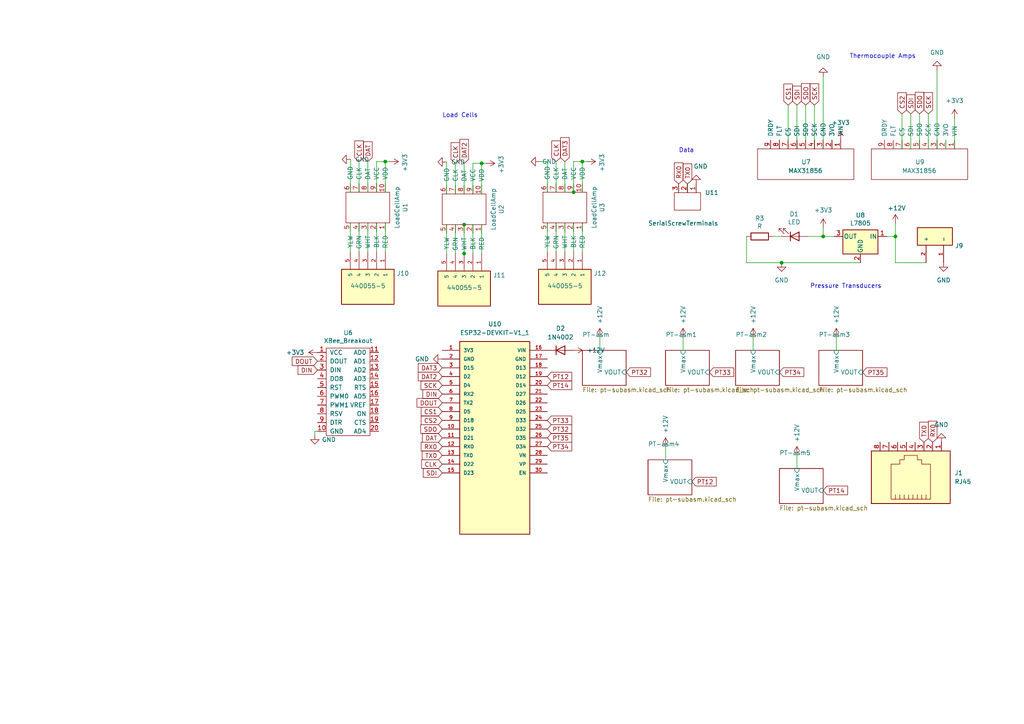
<source format=kicad_sch>
(kicad_sch
	(version 20250114)
	(generator "eeschema")
	(generator_version "9.0")
	(uuid "e63e39d7-6ac0-4ffd-8aa3-1841a4541b55")
	(paper "A4")
	(lib_symbols
		(symbol "+12V_1"
			(power)
			(pin_numbers
				(hide yes)
			)
			(pin_names
				(offset 0)
				(hide yes)
			)
			(exclude_from_sim no)
			(in_bom yes)
			(on_board yes)
			(property "Reference" "#PWR"
				(at 0 -3.81 0)
				(effects
					(font
						(size 1.27 1.27)
					)
					(hide yes)
				)
			)
			(property "Value" "+12V"
				(at 0 3.556 0)
				(effects
					(font
						(size 1.27 1.27)
					)
				)
			)
			(property "Footprint" ""
				(at 0 0 0)
				(effects
					(font
						(size 1.27 1.27)
					)
					(hide yes)
				)
			)
			(property "Datasheet" ""
				(at 0 0 0)
				(effects
					(font
						(size 1.27 1.27)
					)
					(hide yes)
				)
			)
			(property "Description" "Power symbol creates a global label with name \"+12V\""
				(at 0 0 0)
				(effects
					(font
						(size 1.27 1.27)
					)
					(hide yes)
				)
			)
			(property "ki_keywords" "global power"
				(at 0 0 0)
				(effects
					(font
						(size 1.27 1.27)
					)
					(hide yes)
				)
			)
			(symbol "+12V_1_0_1"
				(polyline
					(pts
						(xy -0.762 1.27) (xy 0 2.54)
					)
					(stroke
						(width 0)
						(type default)
					)
					(fill
						(type none)
					)
				)
				(polyline
					(pts
						(xy 0 2.54) (xy 0.762 1.27)
					)
					(stroke
						(width 0)
						(type default)
					)
					(fill
						(type none)
					)
				)
				(polyline
					(pts
						(xy 0 0) (xy 0 2.54)
					)
					(stroke
						(width 0)
						(type default)
					)
					(fill
						(type none)
					)
				)
			)
			(symbol "+12V_1_1_1"
				(pin power_in line
					(at 0 0 90)
					(length 0)
					(name "~"
						(effects
							(font
								(size 1.27 1.27)
							)
						)
					)
					(number "1"
						(effects
							(font
								(size 1.27 1.27)
							)
						)
					)
				)
			)
			(embedded_fonts no)
		)
		(symbol "CaelusPCB-cache:CaelusPCB-rescue_XT60-M-CaelusPCB"
			(pin_names
				(offset 1.016)
			)
			(exclude_from_sim no)
			(in_bom yes)
			(on_board yes)
			(property "Reference" "J"
				(at -2.54 5.715 0)
				(effects
					(font
						(size 1.27 1.27)
					)
					(justify left bottom)
				)
			)
			(property "Value" "CaelusPCB-rescue_XT60-M-CaelusPCB"
				(at -2.794 -6.35 0)
				(effects
					(font
						(size 1.27 1.27)
					)
					(justify left bottom)
				)
			)
			(property "Footprint" "AMASS_XT60-M"
				(at 0 0 0)
				(effects
					(font
						(size 1.27 1.27)
					)
					(justify left bottom)
					(hide yes)
				)
			)
			(property "Datasheet" ""
				(at 0 0 0)
				(effects
					(font
						(size 1.27 1.27)
					)
					(justify left bottom)
					(hide yes)
				)
			)
			(property "Description" ""
				(at 0 0 0)
				(effects
					(font
						(size 1.27 1.27)
					)
					(hide yes)
				)
			)
			(property "MANUFACTURER" "AMASS"
				(at 0 0 0)
				(effects
					(font
						(size 1.27 1.27)
					)
					(justify left bottom)
					(hide yes)
				)
			)
			(property "PARTREV" "1.2"
				(at 0 0 0)
				(effects
					(font
						(size 1.27 1.27)
					)
					(justify left bottom)
					(hide yes)
				)
			)
			(property "STANDARD" "IPC-7251"
				(at 0 0 0)
				(effects
					(font
						(size 1.27 1.27)
					)
					(justify left bottom)
					(hide yes)
				)
			)
			(property "ki_locked" ""
				(at 0 0 0)
				(effects
					(font
						(size 1.27 1.27)
					)
				)
			)
			(symbol "CaelusPCB-rescue_XT60-M-CaelusPCB_0_0"
				(rectangle
					(start -2.54 -5.08)
					(end 2.54 5.08)
					(stroke
						(width 0.254)
						(type default)
					)
					(fill
						(type background)
					)
				)
				(pin passive line
					(at -7.62 2.54 0)
					(length 5.08)
					(name "-"
						(effects
							(font
								(size 1.016 1.016)
							)
						)
					)
					(number "1"
						(effects
							(font
								(size 1.016 1.016)
							)
						)
					)
				)
				(pin passive line
					(at -7.62 -2.54 0)
					(length 5.08)
					(name "+"
						(effects
							(font
								(size 1.016 1.016)
							)
						)
					)
					(number "2"
						(effects
							(font
								(size 1.016 1.016)
							)
						)
					)
				)
			)
			(embedded_fonts no)
		)
		(symbol "CaelusPCB-rescue:+5V-power-CaelusPCB-rescue"
			(power)
			(pin_names
				(offset 0)
			)
			(exclude_from_sim no)
			(in_bom yes)
			(on_board yes)
			(property "Reference" "#PWR"
				(at 0 -3.81 0)
				(effects
					(font
						(size 1.27 1.27)
					)
					(hide yes)
				)
			)
			(property "Value" "+5V-power-CaelusPCB-rescue"
				(at 0 3.556 0)
				(effects
					(font
						(size 1.27 1.27)
					)
				)
			)
			(property "Footprint" ""
				(at 0 0 0)
				(effects
					(font
						(size 1.27 1.27)
					)
					(hide yes)
				)
			)
			(property "Datasheet" ""
				(at 0 0 0)
				(effects
					(font
						(size 1.27 1.27)
					)
					(hide yes)
				)
			)
			(property "Description" ""
				(at 0 0 0)
				(effects
					(font
						(size 1.27 1.27)
					)
					(hide yes)
				)
			)
			(symbol "+5V-power-CaelusPCB-rescue_0_1"
				(polyline
					(pts
						(xy -0.762 1.27) (xy 0 2.54)
					)
					(stroke
						(width 0)
						(type default)
					)
					(fill
						(type none)
					)
				)
				(polyline
					(pts
						(xy 0 2.54) (xy 0.762 1.27)
					)
					(stroke
						(width 0)
						(type default)
					)
					(fill
						(type none)
					)
				)
				(polyline
					(pts
						(xy 0 0) (xy 0 2.54)
					)
					(stroke
						(width 0)
						(type default)
					)
					(fill
						(type none)
					)
				)
			)
			(symbol "+5V-power-CaelusPCB-rescue_1_1"
				(pin power_in line
					(at 0 0 90)
					(length 0)
					(hide yes)
					(name "+5V"
						(effects
							(font
								(size 1.27 1.27)
							)
						)
					)
					(number "1"
						(effects
							(font
								(size 1.27 1.27)
							)
						)
					)
				)
			)
			(embedded_fonts no)
		)
		(symbol "CaelusPCB-rescue:440055-5-CaelusPCB"
			(pin_names
				(offset 1.016)
			)
			(exclude_from_sim no)
			(in_bom yes)
			(on_board yes)
			(property "Reference" "J"
				(at -5.588 7.62 0)
				(effects
					(font
						(size 1.27 1.27)
					)
					(justify left bottom)
				)
			)
			(property "Value" "440055-5-CaelusPCB"
				(at 1.016 -5.08 90)
				(effects
					(font
						(size 1.27 1.27)
					)
					(justify left bottom)
				)
			)
			(property "Footprint" "5_Header"
				(at -3.81 8.128 0)
				(effects
					(font
						(size 1.27 1.27)
					)
					(justify left bottom)
					(hide yes)
				)
			)
			(property "Datasheet" ""
				(at 0 0 0)
				(effects
					(font
						(size 1.27 1.27)
					)
					(justify left bottom)
					(hide yes)
				)
			)
			(property "Description" ""
				(at 0 0 0)
				(effects
					(font
						(size 1.27 1.27)
					)
					(hide yes)
				)
			)
			(property "ki_locked" ""
				(at 0 0 0)
				(effects
					(font
						(size 1.27 1.27)
					)
				)
			)
			(symbol "440055-5-CaelusPCB_0_0"
				(rectangle
					(start -5.08 -7.62)
					(end 5.08 7.62)
					(stroke
						(width 0.254)
						(type default)
					)
					(fill
						(type background)
					)
				)
				(pin passive line
					(at -10.16 5.08 0)
					(length 5.08)
					(name "1"
						(effects
							(font
								(size 1.016 1.016)
							)
						)
					)
					(number "1"
						(effects
							(font
								(size 1.016 1.016)
							)
						)
					)
				)
				(pin passive line
					(at -10.16 2.54 0)
					(length 5.08)
					(name "2"
						(effects
							(font
								(size 1.016 1.016)
							)
						)
					)
					(number "2"
						(effects
							(font
								(size 1.016 1.016)
							)
						)
					)
				)
				(pin passive line
					(at -10.16 0 0)
					(length 5.08)
					(name "3"
						(effects
							(font
								(size 1.016 1.016)
							)
						)
					)
					(number "3"
						(effects
							(font
								(size 1.016 1.016)
							)
						)
					)
				)
				(pin passive line
					(at -10.16 -2.54 0)
					(length 5.08)
					(name "4"
						(effects
							(font
								(size 1.016 1.016)
							)
						)
					)
					(number "4"
						(effects
							(font
								(size 1.016 1.016)
							)
						)
					)
				)
				(pin passive line
					(at -10.16 -5.08 0)
					(length 5.08)
					(name "5"
						(effects
							(font
								(size 1.016 1.016)
							)
						)
					)
					(number "5"
						(effects
							(font
								(size 1.016 1.016)
							)
						)
					)
				)
			)
			(embedded_fonts no)
		)
		(symbol "CaelusPCB-rescue:L7805-Regulator_Linear-CaelusPCB-rescue-CaelusPCB-rescue-CaelusPCB-rescue"
			(pin_names
				(offset 0.254)
			)
			(exclude_from_sim no)
			(in_bom yes)
			(on_board yes)
			(property "Reference" "U"
				(at -3.81 3.175 0)
				(effects
					(font
						(size 1.27 1.27)
					)
				)
			)
			(property "Value" "L7805-Regulator_Linear-CaelusPCB-rescue-CaelusPCB-rescue-CaelusPCB-rescue"
				(at 0 3.175 0)
				(effects
					(font
						(size 1.27 1.27)
					)
					(justify left)
				)
			)
			(property "Footprint" ""
				(at 1.397 -4.064 0)
				(effects
					(font
						(size 1.27 1.27)
						(italic yes)
					)
					(justify left)
					(hide yes)
				)
			)
			(property "Datasheet" ""
				(at 0 -1.27 0)
				(effects
					(font
						(size 1.27 1.27)
					)
					(hide yes)
				)
			)
			(property "Description" ""
				(at 0 0 0)
				(effects
					(font
						(size 1.27 1.27)
					)
					(hide yes)
				)
			)
			(property "ki_fp_filters" "TO?252* TO?263* TO?220*"
				(at 0 0 0)
				(effects
					(font
						(size 1.27 1.27)
					)
					(hide yes)
				)
			)
			(symbol "L7805-Regulator_Linear-CaelusPCB-rescue-CaelusPCB-rescue-CaelusPCB-rescue_0_1"
				(rectangle
					(start -5.08 1.905)
					(end 5.08 -5.08)
					(stroke
						(width 0.254)
						(type default)
					)
					(fill
						(type background)
					)
				)
			)
			(symbol "L7805-Regulator_Linear-CaelusPCB-rescue-CaelusPCB-rescue-CaelusPCB-rescue_1_1"
				(pin power_in line
					(at -7.62 0 0)
					(length 2.54)
					(name "IN"
						(effects
							(font
								(size 1.27 1.27)
							)
						)
					)
					(number "1"
						(effects
							(font
								(size 1.27 1.27)
							)
						)
					)
				)
				(pin power_in line
					(at 0 -7.62 90)
					(length 2.54)
					(name "GND"
						(effects
							(font
								(size 1.27 1.27)
							)
						)
					)
					(number "2"
						(effects
							(font
								(size 1.27 1.27)
							)
						)
					)
				)
				(pin power_out line
					(at 7.62 0 180)
					(length 2.54)
					(name "OUT"
						(effects
							(font
								(size 1.27 1.27)
							)
						)
					)
					(number "3"
						(effects
							(font
								(size 1.27 1.27)
							)
						)
					)
				)
			)
			(embedded_fonts no)
		)
		(symbol "CaelusPCB-rescue:LoadCellAmp-Launchbox_Symbols-CaelusPCB-rescue"
			(pin_names
				(offset 1.016)
			)
			(exclude_from_sim no)
			(in_bom yes)
			(on_board yes)
			(property "Reference" "U"
				(at 0 15.24 0)
				(effects
					(font
						(size 1.27 1.27)
					)
				)
			)
			(property "Value" "LoadCellAmp-Launchbox_Symbols-CaelusPCB-rescue"
				(at 0 -15.24 0)
				(effects
					(font
						(size 1.27 1.27)
					)
				)
			)
			(property "Footprint" ""
				(at 0 0 0)
				(effects
					(font
						(size 1.27 1.27)
					)
					(hide yes)
				)
			)
			(property "Datasheet" ""
				(at 0 0 0)
				(effects
					(font
						(size 1.27 1.27)
					)
					(hide yes)
				)
			)
			(property "Description" ""
				(at 0 0 0)
				(effects
					(font
						(size 1.27 1.27)
					)
					(hide yes)
				)
			)
			(symbol "LoadCellAmp-Launchbox_Symbols-CaelusPCB-rescue_0_1"
				(rectangle
					(start -7.62 3.81)
					(end 5.08 -5.08)
					(stroke
						(width 0)
						(type default)
					)
					(fill
						(type none)
					)
				)
			)
			(symbol "LoadCellAmp-Launchbox_Symbols-CaelusPCB-rescue_1_1"
				(pin input line
					(at -6.35 3.81 90)
					(length 2.54)
					(name "RED"
						(effects
							(font
								(size 1.27 1.27)
							)
						)
					)
					(number "1"
						(effects
							(font
								(size 1.27 1.27)
							)
						)
					)
				)
				(pin input line
					(at -6.35 -5.08 270)
					(length 2.54)
					(name "VDD"
						(effects
							(font
								(size 1.27 1.27)
							)
						)
					)
					(number "10"
						(effects
							(font
								(size 1.27 1.27)
							)
						)
					)
				)
				(pin input line
					(at -3.81 3.81 90)
					(length 2.54)
					(name "BLK"
						(effects
							(font
								(size 1.27 1.27)
							)
						)
					)
					(number "2"
						(effects
							(font
								(size 1.27 1.27)
							)
						)
					)
				)
				(pin input line
					(at -3.81 -5.08 270)
					(length 2.54)
					(name "VCC"
						(effects
							(font
								(size 1.27 1.27)
							)
						)
					)
					(number "9"
						(effects
							(font
								(size 1.27 1.27)
							)
						)
					)
				)
				(pin input line
					(at -1.27 3.81 90)
					(length 2.54)
					(name "WHT"
						(effects
							(font
								(size 1.27 1.27)
							)
						)
					)
					(number "3"
						(effects
							(font
								(size 1.27 1.27)
							)
						)
					)
				)
				(pin input line
					(at -1.27 -5.08 270)
					(length 2.54)
					(name "DAT"
						(effects
							(font
								(size 1.27 1.27)
							)
						)
					)
					(number "8"
						(effects
							(font
								(size 1.27 1.27)
							)
						)
					)
				)
				(pin input line
					(at 1.27 3.81 90)
					(length 2.54)
					(name "GRN"
						(effects
							(font
								(size 1.27 1.27)
							)
						)
					)
					(number "4"
						(effects
							(font
								(size 1.27 1.27)
							)
						)
					)
				)
				(pin input line
					(at 1.27 -5.08 270)
					(length 2.54)
					(name "CLK"
						(effects
							(font
								(size 1.27 1.27)
							)
						)
					)
					(number "7"
						(effects
							(font
								(size 1.27 1.27)
							)
						)
					)
				)
				(pin input line
					(at 3.81 3.81 90)
					(length 2.54)
					(name "YLW"
						(effects
							(font
								(size 1.27 1.27)
							)
						)
					)
					(number "5"
						(effects
							(font
								(size 1.27 1.27)
							)
						)
					)
				)
				(pin input line
					(at 3.81 -5.08 270)
					(length 2.54)
					(name "GND"
						(effects
							(font
								(size 1.27 1.27)
							)
						)
					)
					(number "6"
						(effects
							(font
								(size 1.27 1.27)
							)
						)
					)
				)
			)
			(embedded_fonts no)
		)
		(symbol "CaelusPCB-rescue:MAX31856-Launchbox-CaelusPCB-rescue-CaelusPCB-rescue-CaelusPCB-rescue"
			(pin_names
				(offset 1.016)
			)
			(exclude_from_sim no)
			(in_bom yes)
			(on_board yes)
			(property "Reference" "U"
				(at 7.62 6.35 0)
				(effects
					(font
						(size 1.27 1.27)
					)
				)
			)
			(property "Value" "MAX31856-Launchbox-CaelusPCB-rescue-CaelusPCB-rescue-CaelusPCB-rescue"
				(at -7.62 6.35 0)
				(effects
					(font
						(size 1.27 1.27)
					)
				)
			)
			(property "Footprint" ""
				(at 0 0 0)
				(effects
					(font
						(size 1.27 1.27)
					)
					(hide yes)
				)
			)
			(property "Datasheet" ""
				(at 0 0 0)
				(effects
					(font
						(size 1.27 1.27)
					)
					(hide yes)
				)
			)
			(property "Description" ""
				(at 0 0 0)
				(effects
					(font
						(size 1.27 1.27)
					)
					(hide yes)
				)
			)
			(symbol "MAX31856-Launchbox-CaelusPCB-rescue-CaelusPCB-rescue-CaelusPCB-rescue_0_1"
				(rectangle
					(start -13.97 0)
					(end 13.97 8.89)
					(stroke
						(width 0)
						(type default)
					)
					(fill
						(type none)
					)
				)
			)
			(symbol "MAX31856-Launchbox-CaelusPCB-rescue-CaelusPCB-rescue-CaelusPCB-rescue_1_1"
				(pin input line
					(at -10.16 0 270)
					(length 2.54)
					(name "VIN"
						(effects
							(font
								(size 1.27 1.27)
							)
						)
					)
					(number "1"
						(effects
							(font
								(size 1.27 1.27)
							)
						)
					)
				)
				(pin input line
					(at -7.62 0 270)
					(length 2.54)
					(name "3VO"
						(effects
							(font
								(size 1.27 1.27)
							)
						)
					)
					(number "2"
						(effects
							(font
								(size 1.27 1.27)
							)
						)
					)
				)
				(pin input line
					(at -5.08 0 270)
					(length 2.54)
					(name "GND"
						(effects
							(font
								(size 1.27 1.27)
							)
						)
					)
					(number "3"
						(effects
							(font
								(size 1.27 1.27)
							)
						)
					)
				)
				(pin input line
					(at -2.54 0 270)
					(length 2.54)
					(name "SCK"
						(effects
							(font
								(size 1.27 1.27)
							)
						)
					)
					(number "4"
						(effects
							(font
								(size 1.27 1.27)
							)
						)
					)
				)
				(pin input line
					(at 0 0 270)
					(length 2.54)
					(name "SDO"
						(effects
							(font
								(size 1.27 1.27)
							)
						)
					)
					(number "5"
						(effects
							(font
								(size 1.27 1.27)
							)
						)
					)
				)
				(pin input line
					(at 2.54 0 270)
					(length 2.54)
					(name "SDI"
						(effects
							(font
								(size 1.27 1.27)
							)
						)
					)
					(number "6"
						(effects
							(font
								(size 1.27 1.27)
							)
						)
					)
				)
				(pin input line
					(at 5.08 0 270)
					(length 2.54)
					(name "CS"
						(effects
							(font
								(size 1.27 1.27)
							)
						)
					)
					(number "7"
						(effects
							(font
								(size 1.27 1.27)
							)
						)
					)
				)
				(pin input line
					(at 7.62 0 270)
					(length 2.54)
					(name "FLT"
						(effects
							(font
								(size 1.27 1.27)
							)
						)
					)
					(number "8"
						(effects
							(font
								(size 1.27 1.27)
							)
						)
					)
				)
				(pin input line
					(at 10.16 0 270)
					(length 2.54)
					(name "DRDY"
						(effects
							(font
								(size 1.27 1.27)
							)
						)
					)
					(number "9"
						(effects
							(font
								(size 1.27 1.27)
							)
						)
					)
				)
			)
			(embedded_fonts no)
		)
		(symbol "CaelusPCB-rescue:XBee_Breakout-CaelusPCB-rescue-CaelusPCB-rescue-CaelusPCB-rescue"
			(pin_names
				(offset 1.016)
			)
			(exclude_from_sim no)
			(in_bom yes)
			(on_board yes)
			(property "Reference" "U"
				(at -5.08 13.97 0)
				(effects
					(font
						(size 1.27 1.27)
					)
				)
			)
			(property "Value" "XBee_Breakout-CaelusPCB-rescue-CaelusPCB-rescue-CaelusPCB-rescue"
				(at 0 -13.97 0)
				(effects
					(font
						(size 1.27 1.27)
					)
				)
			)
			(property "Footprint" ""
				(at -3.81 3.81 0)
				(effects
					(font
						(size 1.27 1.27)
					)
					(hide yes)
				)
			)
			(property "Datasheet" ""
				(at -3.81 3.81 0)
				(effects
					(font
						(size 1.27 1.27)
					)
					(hide yes)
				)
			)
			(property "Description" ""
				(at 0 0 0)
				(effects
					(font
						(size 1.27 1.27)
					)
					(hide yes)
				)
			)
			(symbol "XBee_Breakout-CaelusPCB-rescue-CaelusPCB-rescue-CaelusPCB-rescue_0_1"
				(rectangle
					(start -6.35 12.7)
					(end 6.35 -12.7)
					(stroke
						(width 0)
						(type default)
					)
					(fill
						(type none)
					)
				)
			)
			(symbol "XBee_Breakout-CaelusPCB-rescue-CaelusPCB-rescue-CaelusPCB-rescue_1_1"
				(pin input line
					(at -8.89 11.43 0)
					(length 2.54)
					(name "VCC"
						(effects
							(font
								(size 1.27 1.27)
							)
						)
					)
					(number "1"
						(effects
							(font
								(size 1.27 1.27)
							)
						)
					)
				)
				(pin input line
					(at -8.89 8.89 0)
					(length 2.54)
					(name "DOUT"
						(effects
							(font
								(size 1.27 1.27)
							)
						)
					)
					(number "2"
						(effects
							(font
								(size 1.27 1.27)
							)
						)
					)
				)
				(pin input line
					(at -8.89 6.35 0)
					(length 2.54)
					(name "DIN"
						(effects
							(font
								(size 1.27 1.27)
							)
						)
					)
					(number "3"
						(effects
							(font
								(size 1.27 1.27)
							)
						)
					)
				)
				(pin input line
					(at -8.89 3.81 0)
					(length 2.54)
					(name "DO8"
						(effects
							(font
								(size 1.27 1.27)
							)
						)
					)
					(number "4"
						(effects
							(font
								(size 1.27 1.27)
							)
						)
					)
				)
				(pin input line
					(at -8.89 1.27 0)
					(length 2.54)
					(name "RST"
						(effects
							(font
								(size 1.27 1.27)
							)
						)
					)
					(number "5"
						(effects
							(font
								(size 1.27 1.27)
							)
						)
					)
				)
				(pin input line
					(at -8.89 -1.27 0)
					(length 2.54)
					(name "PWM0"
						(effects
							(font
								(size 1.27 1.27)
							)
						)
					)
					(number "6"
						(effects
							(font
								(size 1.27 1.27)
							)
						)
					)
				)
				(pin input line
					(at -8.89 -3.81 0)
					(length 2.54)
					(name "PWM1"
						(effects
							(font
								(size 1.27 1.27)
							)
						)
					)
					(number "7"
						(effects
							(font
								(size 1.27 1.27)
							)
						)
					)
				)
				(pin input line
					(at -8.89 -6.35 0)
					(length 2.54)
					(name "RSV"
						(effects
							(font
								(size 1.27 1.27)
							)
						)
					)
					(number "8"
						(effects
							(font
								(size 1.27 1.27)
							)
						)
					)
				)
				(pin input line
					(at -8.89 -8.89 0)
					(length 2.54)
					(name "DTR"
						(effects
							(font
								(size 1.27 1.27)
							)
						)
					)
					(number "9"
						(effects
							(font
								(size 1.27 1.27)
							)
						)
					)
				)
				(pin input line
					(at -8.89 -11.43 0)
					(length 2.54)
					(name "GND"
						(effects
							(font
								(size 1.27 1.27)
							)
						)
					)
					(number "10"
						(effects
							(font
								(size 1.27 1.27)
							)
						)
					)
				)
				(pin input line
					(at 8.89 11.43 180)
					(length 2.54)
					(name "AD0"
						(effects
							(font
								(size 1.27 1.27)
							)
						)
					)
					(number "11"
						(effects
							(font
								(size 1.27 1.27)
							)
						)
					)
				)
				(pin input line
					(at 8.89 8.89 180)
					(length 2.54)
					(name "AD1"
						(effects
							(font
								(size 1.27 1.27)
							)
						)
					)
					(number "12"
						(effects
							(font
								(size 1.27 1.27)
							)
						)
					)
				)
				(pin input line
					(at 8.89 6.35 180)
					(length 2.54)
					(name "AD2"
						(effects
							(font
								(size 1.27 1.27)
							)
						)
					)
					(number "13"
						(effects
							(font
								(size 1.27 1.27)
							)
						)
					)
				)
				(pin input line
					(at 8.89 3.81 180)
					(length 2.54)
					(name "AD3"
						(effects
							(font
								(size 1.27 1.27)
							)
						)
					)
					(number "14"
						(effects
							(font
								(size 1.27 1.27)
							)
						)
					)
				)
				(pin input line
					(at 8.89 1.27 180)
					(length 2.54)
					(name "RTS"
						(effects
							(font
								(size 1.27 1.27)
							)
						)
					)
					(number "15"
						(effects
							(font
								(size 1.27 1.27)
							)
						)
					)
				)
				(pin input line
					(at 8.89 -1.27 180)
					(length 2.54)
					(name "AD5"
						(effects
							(font
								(size 1.27 1.27)
							)
						)
					)
					(number "16"
						(effects
							(font
								(size 1.27 1.27)
							)
						)
					)
				)
				(pin input line
					(at 8.89 -3.81 180)
					(length 2.54)
					(name "VREF"
						(effects
							(font
								(size 1.27 1.27)
							)
						)
					)
					(number "17"
						(effects
							(font
								(size 1.27 1.27)
							)
						)
					)
				)
				(pin input line
					(at 8.89 -6.35 180)
					(length 2.54)
					(name "ON"
						(effects
							(font
								(size 1.27 1.27)
							)
						)
					)
					(number "18"
						(effects
							(font
								(size 1.27 1.27)
							)
						)
					)
				)
				(pin input line
					(at 8.89 -8.89 180)
					(length 2.54)
					(name "CTS"
						(effects
							(font
								(size 1.27 1.27)
							)
						)
					)
					(number "19"
						(effects
							(font
								(size 1.27 1.27)
							)
						)
					)
				)
				(pin input line
					(at 8.89 -11.43 180)
					(length 2.54)
					(name "AD4"
						(effects
							(font
								(size 1.27 1.27)
							)
						)
					)
					(number "20"
						(effects
							(font
								(size 1.27 1.27)
							)
						)
					)
				)
			)
			(embedded_fonts no)
		)
		(symbol "Connector:RJ45"
			(pin_names
				(offset 1.016)
			)
			(exclude_from_sim no)
			(in_bom yes)
			(on_board yes)
			(property "Reference" "J"
				(at -5.08 13.97 0)
				(effects
					(font
						(size 1.27 1.27)
					)
					(justify right)
				)
			)
			(property "Value" "RJ45"
				(at 2.54 13.97 0)
				(effects
					(font
						(size 1.27 1.27)
					)
					(justify left)
				)
			)
			(property "Footprint" ""
				(at 0 0.635 90)
				(effects
					(font
						(size 1.27 1.27)
					)
					(hide yes)
				)
			)
			(property "Datasheet" "~"
				(at 0 0.635 90)
				(effects
					(font
						(size 1.27 1.27)
					)
					(hide yes)
				)
			)
			(property "Description" "RJ connector, 8P8C (8 positions 8 connected)"
				(at 0 0 0)
				(effects
					(font
						(size 1.27 1.27)
					)
					(hide yes)
				)
			)
			(property "ki_keywords" "8P8C RJ socket connector"
				(at 0 0 0)
				(effects
					(font
						(size 1.27 1.27)
					)
					(hide yes)
				)
			)
			(property "ki_fp_filters" "8P8C* RJ31* RJ32* RJ33* RJ34* RJ35* RJ41* RJ45* RJ49* RJ61*"
				(at 0 0 0)
				(effects
					(font
						(size 1.27 1.27)
					)
					(hide yes)
				)
			)
			(symbol "RJ45_0_1"
				(polyline
					(pts
						(xy -6.35 1.905) (xy -5.08 1.905) (xy -5.08 1.905)
					)
					(stroke
						(width 0)
						(type default)
					)
					(fill
						(type none)
					)
				)
				(polyline
					(pts
						(xy -6.35 0.635) (xy -5.08 0.635) (xy -5.08 0.635)
					)
					(stroke
						(width 0)
						(type default)
					)
					(fill
						(type none)
					)
				)
				(polyline
					(pts
						(xy -6.35 -0.635) (xy -5.08 -0.635) (xy -5.08 -0.635)
					)
					(stroke
						(width 0)
						(type default)
					)
					(fill
						(type none)
					)
				)
				(polyline
					(pts
						(xy -6.35 -1.905) (xy -5.08 -1.905) (xy -5.08 -1.905)
					)
					(stroke
						(width 0)
						(type default)
					)
					(fill
						(type none)
					)
				)
				(polyline
					(pts
						(xy -6.35 -3.175) (xy -5.08 -3.175) (xy -5.08 -3.175)
					)
					(stroke
						(width 0)
						(type default)
					)
					(fill
						(type none)
					)
				)
				(polyline
					(pts
						(xy -6.35 -4.445) (xy -6.35 6.985) (xy 3.81 6.985) (xy 3.81 4.445) (xy 5.08 4.445) (xy 5.08 3.175)
						(xy 6.35 3.175) (xy 6.35 -0.635) (xy 5.08 -0.635) (xy 5.08 -1.905) (xy 3.81 -1.905) (xy 3.81 -4.445)
						(xy -6.35 -4.445) (xy -6.35 -4.445)
					)
					(stroke
						(width 0)
						(type default)
					)
					(fill
						(type none)
					)
				)
				(polyline
					(pts
						(xy -5.08 5.715) (xy -6.35 5.715)
					)
					(stroke
						(width 0)
						(type default)
					)
					(fill
						(type none)
					)
				)
				(polyline
					(pts
						(xy -5.08 4.445) (xy -6.35 4.445)
					)
					(stroke
						(width 0)
						(type default)
					)
					(fill
						(type none)
					)
				)
				(polyline
					(pts
						(xy -5.08 3.175) (xy -6.35 3.175) (xy -6.35 3.175)
					)
					(stroke
						(width 0)
						(type default)
					)
					(fill
						(type none)
					)
				)
				(rectangle
					(start 7.62 12.7)
					(end -7.62 -10.16)
					(stroke
						(width 0.254)
						(type default)
					)
					(fill
						(type background)
					)
				)
			)
			(symbol "RJ45_1_1"
				(pin passive line
					(at 10.16 10.16 180)
					(length 2.54)
					(name "~"
						(effects
							(font
								(size 1.27 1.27)
							)
						)
					)
					(number "8"
						(effects
							(font
								(size 1.27 1.27)
							)
						)
					)
				)
				(pin passive line
					(at 10.16 7.62 180)
					(length 2.54)
					(name "~"
						(effects
							(font
								(size 1.27 1.27)
							)
						)
					)
					(number "7"
						(effects
							(font
								(size 1.27 1.27)
							)
						)
					)
				)
				(pin passive line
					(at 10.16 5.08 180)
					(length 2.54)
					(name "~"
						(effects
							(font
								(size 1.27 1.27)
							)
						)
					)
					(number "6"
						(effects
							(font
								(size 1.27 1.27)
							)
						)
					)
				)
				(pin passive line
					(at 10.16 2.54 180)
					(length 2.54)
					(name "~"
						(effects
							(font
								(size 1.27 1.27)
							)
						)
					)
					(number "5"
						(effects
							(font
								(size 1.27 1.27)
							)
						)
					)
				)
				(pin passive line
					(at 10.16 0 180)
					(length 2.54)
					(name "~"
						(effects
							(font
								(size 1.27 1.27)
							)
						)
					)
					(number "4"
						(effects
							(font
								(size 1.27 1.27)
							)
						)
					)
				)
				(pin passive line
					(at 10.16 -2.54 180)
					(length 2.54)
					(name "~"
						(effects
							(font
								(size 1.27 1.27)
							)
						)
					)
					(number "3"
						(effects
							(font
								(size 1.27 1.27)
							)
						)
					)
				)
				(pin passive line
					(at 10.16 -5.08 180)
					(length 2.54)
					(name "~"
						(effects
							(font
								(size 1.27 1.27)
							)
						)
					)
					(number "2"
						(effects
							(font
								(size 1.27 1.27)
							)
						)
					)
				)
				(pin passive line
					(at 10.16 -7.62 180)
					(length 2.54)
					(name "~"
						(effects
							(font
								(size 1.27 1.27)
							)
						)
					)
					(number "1"
						(effects
							(font
								(size 1.27 1.27)
							)
						)
					)
				)
			)
			(embedded_fonts no)
		)
		(symbol "Device:LED"
			(pin_numbers
				(hide yes)
			)
			(pin_names
				(offset 1.016)
				(hide yes)
			)
			(exclude_from_sim no)
			(in_bom yes)
			(on_board yes)
			(property "Reference" "D"
				(at 0 2.54 0)
				(effects
					(font
						(size 1.27 1.27)
					)
				)
			)
			(property "Value" "LED"
				(at 0 -2.54 0)
				(effects
					(font
						(size 1.27 1.27)
					)
				)
			)
			(property "Footprint" ""
				(at 0 0 0)
				(effects
					(font
						(size 1.27 1.27)
					)
					(hide yes)
				)
			)
			(property "Datasheet" "~"
				(at 0 0 0)
				(effects
					(font
						(size 1.27 1.27)
					)
					(hide yes)
				)
			)
			(property "Description" "Light emitting diode"
				(at 0 0 0)
				(effects
					(font
						(size 1.27 1.27)
					)
					(hide yes)
				)
			)
			(property "ki_keywords" "LED diode"
				(at 0 0 0)
				(effects
					(font
						(size 1.27 1.27)
					)
					(hide yes)
				)
			)
			(property "ki_fp_filters" "LED* LED_SMD:* LED_THT:*"
				(at 0 0 0)
				(effects
					(font
						(size 1.27 1.27)
					)
					(hide yes)
				)
			)
			(symbol "LED_0_1"
				(polyline
					(pts
						(xy -3.048 -0.762) (xy -4.572 -2.286) (xy -3.81 -2.286) (xy -4.572 -2.286) (xy -4.572 -1.524)
					)
					(stroke
						(width 0)
						(type default)
					)
					(fill
						(type none)
					)
				)
				(polyline
					(pts
						(xy -1.778 -0.762) (xy -3.302 -2.286) (xy -2.54 -2.286) (xy -3.302 -2.286) (xy -3.302 -1.524)
					)
					(stroke
						(width 0)
						(type default)
					)
					(fill
						(type none)
					)
				)
				(polyline
					(pts
						(xy -1.27 0) (xy 1.27 0)
					)
					(stroke
						(width 0)
						(type default)
					)
					(fill
						(type none)
					)
				)
				(polyline
					(pts
						(xy -1.27 -1.27) (xy -1.27 1.27)
					)
					(stroke
						(width 0.254)
						(type default)
					)
					(fill
						(type none)
					)
				)
				(polyline
					(pts
						(xy 1.27 -1.27) (xy 1.27 1.27) (xy -1.27 0) (xy 1.27 -1.27)
					)
					(stroke
						(width 0.254)
						(type default)
					)
					(fill
						(type none)
					)
				)
			)
			(symbol "LED_1_1"
				(pin passive line
					(at -3.81 0 0)
					(length 2.54)
					(name "K"
						(effects
							(font
								(size 1.27 1.27)
							)
						)
					)
					(number "1"
						(effects
							(font
								(size 1.27 1.27)
							)
						)
					)
				)
				(pin passive line
					(at 3.81 0 180)
					(length 2.54)
					(name "A"
						(effects
							(font
								(size 1.27 1.27)
							)
						)
					)
					(number "2"
						(effects
							(font
								(size 1.27 1.27)
							)
						)
					)
				)
			)
			(embedded_fonts no)
		)
		(symbol "Device:R"
			(pin_numbers
				(hide yes)
			)
			(pin_names
				(offset 0)
			)
			(exclude_from_sim no)
			(in_bom yes)
			(on_board yes)
			(property "Reference" "R"
				(at 2.032 0 90)
				(effects
					(font
						(size 1.27 1.27)
					)
				)
			)
			(property "Value" "R"
				(at 0 0 90)
				(effects
					(font
						(size 1.27 1.27)
					)
				)
			)
			(property "Footprint" ""
				(at -1.778 0 90)
				(effects
					(font
						(size 1.27 1.27)
					)
					(hide yes)
				)
			)
			(property "Datasheet" "~"
				(at 0 0 0)
				(effects
					(font
						(size 1.27 1.27)
					)
					(hide yes)
				)
			)
			(property "Description" "Resistor"
				(at 0 0 0)
				(effects
					(font
						(size 1.27 1.27)
					)
					(hide yes)
				)
			)
			(property "ki_keywords" "R res resistor"
				(at 0 0 0)
				(effects
					(font
						(size 1.27 1.27)
					)
					(hide yes)
				)
			)
			(property "ki_fp_filters" "R_*"
				(at 0 0 0)
				(effects
					(font
						(size 1.27 1.27)
					)
					(hide yes)
				)
			)
			(symbol "R_0_1"
				(rectangle
					(start -1.016 -2.54)
					(end 1.016 2.54)
					(stroke
						(width 0.254)
						(type default)
					)
					(fill
						(type none)
					)
				)
			)
			(symbol "R_1_1"
				(pin passive line
					(at 0 3.81 270)
					(length 1.27)
					(name "~"
						(effects
							(font
								(size 1.27 1.27)
							)
						)
					)
					(number "1"
						(effects
							(font
								(size 1.27 1.27)
							)
						)
					)
				)
				(pin passive line
					(at 0 -3.81 90)
					(length 1.27)
					(name "~"
						(effects
							(font
								(size 1.27 1.27)
							)
						)
					)
					(number "2"
						(effects
							(font
								(size 1.27 1.27)
							)
						)
					)
				)
			)
			(embedded_fonts no)
		)
		(symbol "Diode:1N4002"
			(pin_numbers
				(hide yes)
			)
			(pin_names
				(hide yes)
			)
			(exclude_from_sim no)
			(in_bom yes)
			(on_board yes)
			(property "Reference" "D"
				(at 0 2.54 0)
				(effects
					(font
						(size 1.27 1.27)
					)
				)
			)
			(property "Value" "1N4002"
				(at 0 -2.54 0)
				(effects
					(font
						(size 1.27 1.27)
					)
				)
			)
			(property "Footprint" "Diode_THT:D_DO-41_SOD81_P10.16mm_Horizontal"
				(at 0 -4.445 0)
				(effects
					(font
						(size 1.27 1.27)
					)
					(hide yes)
				)
			)
			(property "Datasheet" "http://www.vishay.com/docs/88503/1n4001.pdf"
				(at 0 0 0)
				(effects
					(font
						(size 1.27 1.27)
					)
					(hide yes)
				)
			)
			(property "Description" "100V 1A General Purpose Rectifier Diode, DO-41"
				(at 0 0 0)
				(effects
					(font
						(size 1.27 1.27)
					)
					(hide yes)
				)
			)
			(property "Sim.Device" "D"
				(at 0 0 0)
				(effects
					(font
						(size 1.27 1.27)
					)
					(hide yes)
				)
			)
			(property "Sim.Pins" "1=K 2=A"
				(at 0 0 0)
				(effects
					(font
						(size 1.27 1.27)
					)
					(hide yes)
				)
			)
			(property "ki_keywords" "diode"
				(at 0 0 0)
				(effects
					(font
						(size 1.27 1.27)
					)
					(hide yes)
				)
			)
			(property "ki_fp_filters" "D*DO?41*"
				(at 0 0 0)
				(effects
					(font
						(size 1.27 1.27)
					)
					(hide yes)
				)
			)
			(symbol "1N4002_0_1"
				(polyline
					(pts
						(xy -1.27 1.27) (xy -1.27 -1.27)
					)
					(stroke
						(width 0.254)
						(type default)
					)
					(fill
						(type none)
					)
				)
				(polyline
					(pts
						(xy 1.27 1.27) (xy 1.27 -1.27) (xy -1.27 0) (xy 1.27 1.27)
					)
					(stroke
						(width 0.254)
						(type default)
					)
					(fill
						(type none)
					)
				)
				(polyline
					(pts
						(xy 1.27 0) (xy -1.27 0)
					)
					(stroke
						(width 0)
						(type default)
					)
					(fill
						(type none)
					)
				)
			)
			(symbol "1N4002_1_1"
				(pin passive line
					(at -3.81 0 0)
					(length 2.54)
					(name "K"
						(effects
							(font
								(size 1.27 1.27)
							)
						)
					)
					(number "1"
						(effects
							(font
								(size 1.27 1.27)
							)
						)
					)
				)
				(pin passive line
					(at 3.81 0 180)
					(length 2.54)
					(name "A"
						(effects
							(font
								(size 1.27 1.27)
							)
						)
					)
					(number "2"
						(effects
							(font
								(size 1.27 1.27)
							)
						)
					)
				)
			)
			(embedded_fonts no)
		)
		(symbol "ESP32-DEVKIT-V1:ESP32-DEVKIT-V1_1"
			(pin_names
				(offset 1.016)
			)
			(exclude_from_sim no)
			(in_bom yes)
			(on_board yes)
			(property "Reference" "U"
				(at -1.27 31.75 0)
				(effects
					(font
						(size 1.27 1.27)
					)
					(justify left top)
				)
			)
			(property "Value" "ESP32-DEVKIT-V1_1"
				(at -10.16 -30.48 0)
				(effects
					(font
						(size 1.27 1.27)
					)
					(justify left bottom)
				)
			)
			(property "Footprint" "MODULE_ESP32_DEVKIT_V1"
				(at -1.27 44.45 0)
				(effects
					(font
						(size 1.27 1.27)
					)
					(justify bottom)
					(hide yes)
				)
			)
			(property "Datasheet" ""
				(at 0 0 0)
				(effects
					(font
						(size 1.27 1.27)
					)
					(hide yes)
				)
			)
			(property "Description" ""
				(at 0 0 0)
				(effects
					(font
						(size 1.27 1.27)
					)
					(hide yes)
				)
			)
			(property "PARTREV" "N/A"
				(at 7.62 39.37 0)
				(effects
					(font
						(size 1.27 1.27)
					)
					(justify bottom)
					(hide yes)
				)
			)
			(property "STANDARD" "Manufacturer Recommendations"
				(at -2.54 41.91 0)
				(effects
					(font
						(size 1.27 1.27)
					)
					(justify bottom)
					(hide yes)
				)
			)
			(property "MAXIMUM_PACKAGE_HEIGHT" "6.8 mm"
				(at -2.54 38.1 0)
				(effects
					(font
						(size 1.27 1.27)
					)
					(justify bottom)
					(hide yes)
				)
			)
			(property "MANUFACTURER" "DOIT"
				(at -1.27 33.02 0)
				(effects
					(font
						(size 1.27 1.27)
					)
					(justify bottom)
					(hide yes)
				)
			)
			(symbol "ESP32-DEVKIT-V1_1_0_0"
				(rectangle
					(start -10.16 -26.67)
					(end 10.16 29.21)
					(stroke
						(width 0.254)
						(type default)
					)
					(fill
						(type background)
					)
				)
				(pin output line
					(at -15.24 26.67 0)
					(length 5.08)
					(name "3V3"
						(effects
							(font
								(size 1.016 1.016)
							)
						)
					)
					(number "1"
						(effects
							(font
								(size 1.016 1.016)
							)
						)
					)
				)
				(pin input line
					(at -15.24 24.13 0)
					(length 5.08)
					(name "GND"
						(effects
							(font
								(size 1.016 1.016)
							)
						)
					)
					(number "2"
						(effects
							(font
								(size 1.016 1.016)
							)
						)
					)
				)
				(pin bidirectional line
					(at -15.24 21.59 0)
					(length 5.08)
					(name "D15"
						(effects
							(font
								(size 1.016 1.016)
							)
						)
					)
					(number "3"
						(effects
							(font
								(size 1.016 1.016)
							)
						)
					)
				)
				(pin bidirectional line
					(at -15.24 19.05 0)
					(length 5.08)
					(name "D2"
						(effects
							(font
								(size 1.016 1.016)
							)
						)
					)
					(number "4"
						(effects
							(font
								(size 1.016 1.016)
							)
						)
					)
				)
				(pin bidirectional line
					(at -15.24 16.51 0)
					(length 5.08)
					(name "D4"
						(effects
							(font
								(size 1.016 1.016)
							)
						)
					)
					(number "5"
						(effects
							(font
								(size 1.016 1.016)
							)
						)
					)
				)
				(pin input line
					(at -15.24 13.97 0)
					(length 5.08)
					(name "RX2"
						(effects
							(font
								(size 1.016 1.016)
							)
						)
					)
					(number "6"
						(effects
							(font
								(size 1.016 1.016)
							)
						)
					)
				)
				(pin output line
					(at -15.24 11.43 0)
					(length 5.08)
					(name "TX2"
						(effects
							(font
								(size 1.016 1.016)
							)
						)
					)
					(number "7"
						(effects
							(font
								(size 1.016 1.016)
							)
						)
					)
				)
				(pin bidirectional line
					(at -15.24 8.89 0)
					(length 5.08)
					(name "D5"
						(effects
							(font
								(size 1.016 1.016)
							)
						)
					)
					(number "8"
						(effects
							(font
								(size 1.016 1.016)
							)
						)
					)
				)
				(pin bidirectional line
					(at -15.24 6.35 0)
					(length 5.08)
					(name "D18"
						(effects
							(font
								(size 1.016 1.016)
							)
						)
					)
					(number "9"
						(effects
							(font
								(size 1.016 1.016)
							)
						)
					)
				)
				(pin bidirectional line
					(at -15.24 3.81 0)
					(length 5.08)
					(name "D19"
						(effects
							(font
								(size 1.016 1.016)
							)
						)
					)
					(number "10"
						(effects
							(font
								(size 1.016 1.016)
							)
						)
					)
				)
				(pin bidirectional line
					(at -15.24 1.27 0)
					(length 5.08)
					(name "D21"
						(effects
							(font
								(size 1.016 1.016)
							)
						)
					)
					(number "11"
						(effects
							(font
								(size 1.016 1.016)
							)
						)
					)
				)
				(pin input line
					(at -15.24 -1.27 0)
					(length 5.08)
					(name "RX0"
						(effects
							(font
								(size 1.016 1.016)
							)
						)
					)
					(number "12"
						(effects
							(font
								(size 1.016 1.016)
							)
						)
					)
				)
				(pin output line
					(at -15.24 -3.81 0)
					(length 5.08)
					(name "TX0"
						(effects
							(font
								(size 1.016 1.016)
							)
						)
					)
					(number "13"
						(effects
							(font
								(size 1.016 1.016)
							)
						)
					)
				)
				(pin bidirectional line
					(at -15.24 -6.35 0)
					(length 5.08)
					(name "D22"
						(effects
							(font
								(size 1.016 1.016)
							)
						)
					)
					(number "14"
						(effects
							(font
								(size 1.016 1.016)
							)
						)
					)
				)
				(pin bidirectional line
					(at -15.24 -8.89 0)
					(length 5.08)
					(name "D23"
						(effects
							(font
								(size 1.016 1.016)
							)
						)
					)
					(number "15"
						(effects
							(font
								(size 1.016 1.016)
							)
						)
					)
				)
				(pin output line
					(at 15.24 26.67 180)
					(length 5.08)
					(name "VIN"
						(effects
							(font
								(size 1.016 1.016)
							)
						)
					)
					(number "16"
						(effects
							(font
								(size 1.016 1.016)
							)
						)
					)
				)
				(pin input line
					(at 15.24 24.13 180)
					(length 5.08)
					(name "GND"
						(effects
							(font
								(size 1.016 1.016)
							)
						)
					)
					(number "17"
						(effects
							(font
								(size 1.016 1.016)
							)
						)
					)
				)
				(pin bidirectional line
					(at 15.24 21.59 180)
					(length 5.08)
					(name "D13"
						(effects
							(font
								(size 1.016 1.016)
							)
						)
					)
					(number "18"
						(effects
							(font
								(size 1.016 1.016)
							)
						)
					)
				)
				(pin bidirectional line
					(at 15.24 19.05 180)
					(length 5.08)
					(name "D12"
						(effects
							(font
								(size 1.016 1.016)
							)
						)
					)
					(number "19"
						(effects
							(font
								(size 1.016 1.016)
							)
						)
					)
				)
				(pin bidirectional line
					(at 15.24 16.51 180)
					(length 5.08)
					(name "D14"
						(effects
							(font
								(size 1.016 1.016)
							)
						)
					)
					(number "20"
						(effects
							(font
								(size 1.016 1.016)
							)
						)
					)
				)
				(pin bidirectional line
					(at 15.24 13.97 180)
					(length 5.08)
					(name "D27"
						(effects
							(font
								(size 1.016 1.016)
							)
						)
					)
					(number "21"
						(effects
							(font
								(size 1.016 1.016)
							)
						)
					)
				)
				(pin bidirectional line
					(at 15.24 11.43 180)
					(length 5.08)
					(name "D26"
						(effects
							(font
								(size 1.016 1.016)
							)
						)
					)
					(number "22"
						(effects
							(font
								(size 1.016 1.016)
							)
						)
					)
				)
				(pin bidirectional line
					(at 15.24 8.89 180)
					(length 5.08)
					(name "D25"
						(effects
							(font
								(size 1.016 1.016)
							)
						)
					)
					(number "23"
						(effects
							(font
								(size 1.016 1.016)
							)
						)
					)
				)
				(pin bidirectional line
					(at 15.24 6.35 180)
					(length 5.08)
					(name "D33"
						(effects
							(font
								(size 1.016 1.016)
							)
						)
					)
					(number "24"
						(effects
							(font
								(size 1.016 1.016)
							)
						)
					)
				)
				(pin bidirectional line
					(at 15.24 3.81 180)
					(length 5.08)
					(name "D32"
						(effects
							(font
								(size 1.016 1.016)
							)
						)
					)
					(number "25"
						(effects
							(font
								(size 1.016 1.016)
							)
						)
					)
				)
				(pin bidirectional line
					(at 15.24 1.27 180)
					(length 5.08)
					(name "D35"
						(effects
							(font
								(size 1.016 1.016)
							)
						)
					)
					(number "26"
						(effects
							(font
								(size 1.016 1.016)
							)
						)
					)
				)
				(pin bidirectional line
					(at 15.24 -1.27 180)
					(length 5.08)
					(name "D34"
						(effects
							(font
								(size 1.016 1.016)
							)
						)
					)
					(number "27"
						(effects
							(font
								(size 1.016 1.016)
							)
						)
					)
				)
				(pin bidirectional line
					(at 15.24 -3.81 180)
					(length 5.08)
					(name "VN"
						(effects
							(font
								(size 1.016 1.016)
							)
						)
					)
					(number "28"
						(effects
							(font
								(size 1.016 1.016)
							)
						)
					)
				)
				(pin bidirectional line
					(at 15.24 -6.35 180)
					(length 5.08)
					(name "VP"
						(effects
							(font
								(size 1.016 1.016)
							)
						)
					)
					(number "29"
						(effects
							(font
								(size 1.016 1.016)
							)
						)
					)
				)
				(pin input line
					(at 15.24 -8.89 180)
					(length 5.08)
					(name "EN"
						(effects
							(font
								(size 1.016 1.016)
							)
						)
					)
					(number "30"
						(effects
							(font
								(size 1.016 1.016)
							)
						)
					)
				)
			)
			(embedded_fonts no)
		)
		(symbol "GND_1"
			(power)
			(pin_numbers
				(hide yes)
			)
			(pin_names
				(offset 0)
				(hide yes)
			)
			(exclude_from_sim no)
			(in_bom yes)
			(on_board yes)
			(property "Reference" "#PWR"
				(at 0 -6.35 0)
				(effects
					(font
						(size 1.27 1.27)
					)
					(hide yes)
				)
			)
			(property "Value" "GND"
				(at 0 -3.81 0)
				(effects
					(font
						(size 1.27 1.27)
					)
				)
			)
			(property "Footprint" ""
				(at 0 0 0)
				(effects
					(font
						(size 1.27 1.27)
					)
					(hide yes)
				)
			)
			(property "Datasheet" ""
				(at 0 0 0)
				(effects
					(font
						(size 1.27 1.27)
					)
					(hide yes)
				)
			)
			(property "Description" "Power symbol creates a global label with name \"GND\" , ground"
				(at 0 0 0)
				(effects
					(font
						(size 1.27 1.27)
					)
					(hide yes)
				)
			)
			(property "ki_keywords" "global power"
				(at 0 0 0)
				(effects
					(font
						(size 1.27 1.27)
					)
					(hide yes)
				)
			)
			(symbol "GND_1_0_1"
				(polyline
					(pts
						(xy 0 0) (xy 0 -1.27) (xy 1.27 -1.27) (xy 0 -2.54) (xy -1.27 -1.27) (xy 0 -1.27)
					)
					(stroke
						(width 0)
						(type default)
					)
					(fill
						(type none)
					)
				)
			)
			(symbol "GND_1_1_1"
				(pin power_in line
					(at 0 0 270)
					(length 0)
					(name "~"
						(effects
							(font
								(size 1.27 1.27)
							)
						)
					)
					(number "1"
						(effects
							(font
								(size 1.27 1.27)
							)
						)
					)
				)
			)
			(embedded_fonts no)
		)
		(symbol "Launchbox:SerialScrewTerminals"
			(pin_names
				(offset 1.016)
			)
			(exclude_from_sim no)
			(in_bom yes)
			(on_board yes)
			(property "Reference" "U"
				(at 0 8.89 0)
				(effects
					(font
						(size 1.27 1.27)
					)
				)
			)
			(property "Value" "SerialScrewTerminals"
				(at 0 -10.16 0)
				(effects
					(font
						(size 1.27 1.27)
					)
				)
			)
			(property "Footprint" ""
				(at -1.27 0 0)
				(effects
					(font
						(size 1.27 1.27)
					)
					(hide yes)
				)
			)
			(property "Datasheet" ""
				(at -1.27 0 0)
				(effects
					(font
						(size 1.27 1.27)
					)
					(hide yes)
				)
			)
			(property "Description" ""
				(at 0 0 0)
				(effects
					(font
						(size 1.27 1.27)
					)
					(hide yes)
				)
			)
			(symbol "SerialScrewTerminals_0_1"
				(rectangle
					(start -3.81 0)
					(end 3.81 5.08)
					(stroke
						(width 0)
						(type default)
					)
					(fill
						(type none)
					)
				)
			)
			(symbol "SerialScrewTerminals_1_1"
				(pin input line
					(at -2.54 0 270)
					(length 2.54)
					(name "~"
						(effects
							(font
								(size 1.27 1.27)
							)
						)
					)
					(number "1"
						(effects
							(font
								(size 1.27 1.27)
							)
						)
					)
				)
				(pin input line
					(at 0 0 270)
					(length 2.54)
					(name "~"
						(effects
							(font
								(size 1.27 1.27)
							)
						)
					)
					(number "2"
						(effects
							(font
								(size 1.27 1.27)
							)
						)
					)
				)
				(pin input line
					(at 2.54 0 270)
					(length 2.54)
					(name "~"
						(effects
							(font
								(size 1.27 1.27)
							)
						)
					)
					(number "3"
						(effects
							(font
								(size 1.27 1.27)
							)
						)
					)
				)
			)
			(embedded_fonts no)
		)
		(symbol "power:+12V"
			(power)
			(pin_names
				(offset 0)
			)
			(exclude_from_sim no)
			(in_bom yes)
			(on_board yes)
			(property "Reference" "#PWR"
				(at 0 -3.81 0)
				(effects
					(font
						(size 1.27 1.27)
					)
					(hide yes)
				)
			)
			(property "Value" "+12V"
				(at 0 3.556 0)
				(effects
					(font
						(size 1.27 1.27)
					)
				)
			)
			(property "Footprint" ""
				(at 0 0 0)
				(effects
					(font
						(size 1.27 1.27)
					)
					(hide yes)
				)
			)
			(property "Datasheet" ""
				(at 0 0 0)
				(effects
					(font
						(size 1.27 1.27)
					)
					(hide yes)
				)
			)
			(property "Description" "Power symbol creates a global label with name \"+12V\""
				(at 0 0 0)
				(effects
					(font
						(size 1.27 1.27)
					)
					(hide yes)
				)
			)
			(property "ki_keywords" "power-flag"
				(at 0 0 0)
				(effects
					(font
						(size 1.27 1.27)
					)
					(hide yes)
				)
			)
			(symbol "+12V_0_1"
				(polyline
					(pts
						(xy -0.762 1.27) (xy 0 2.54)
					)
					(stroke
						(width 0)
						(type default)
					)
					(fill
						(type none)
					)
				)
				(polyline
					(pts
						(xy 0 2.54) (xy 0.762 1.27)
					)
					(stroke
						(width 0)
						(type default)
					)
					(fill
						(type none)
					)
				)
				(polyline
					(pts
						(xy 0 0) (xy 0 2.54)
					)
					(stroke
						(width 0)
						(type default)
					)
					(fill
						(type none)
					)
				)
			)
			(symbol "+12V_1_1"
				(pin power_in line
					(at 0 0 90)
					(length 0)
					(hide yes)
					(name "+12V"
						(effects
							(font
								(size 1.27 1.27)
							)
						)
					)
					(number "1"
						(effects
							(font
								(size 1.27 1.27)
							)
						)
					)
				)
			)
			(embedded_fonts no)
		)
		(symbol "power:+3.3V"
			(power)
			(pin_names
				(offset 0)
			)
			(exclude_from_sim no)
			(in_bom yes)
			(on_board yes)
			(property "Reference" "#PWR"
				(at 0 -3.81 0)
				(effects
					(font
						(size 1.27 1.27)
					)
					(hide yes)
				)
			)
			(property "Value" "+3.3V"
				(at 0 3.556 0)
				(effects
					(font
						(size 1.27 1.27)
					)
				)
			)
			(property "Footprint" ""
				(at 0 0 0)
				(effects
					(font
						(size 1.27 1.27)
					)
					(hide yes)
				)
			)
			(property "Datasheet" ""
				(at 0 0 0)
				(effects
					(font
						(size 1.27 1.27)
					)
					(hide yes)
				)
			)
			(property "Description" "Power symbol creates a global label with name \"+3.3V\""
				(at 0 0 0)
				(effects
					(font
						(size 1.27 1.27)
					)
					(hide yes)
				)
			)
			(property "ki_keywords" "power-flag"
				(at 0 0 0)
				(effects
					(font
						(size 1.27 1.27)
					)
					(hide yes)
				)
			)
			(symbol "+3.3V_0_1"
				(polyline
					(pts
						(xy -0.762 1.27) (xy 0 2.54)
					)
					(stroke
						(width 0)
						(type default)
					)
					(fill
						(type none)
					)
				)
				(polyline
					(pts
						(xy 0 2.54) (xy 0.762 1.27)
					)
					(stroke
						(width 0)
						(type default)
					)
					(fill
						(type none)
					)
				)
				(polyline
					(pts
						(xy 0 0) (xy 0 2.54)
					)
					(stroke
						(width 0)
						(type default)
					)
					(fill
						(type none)
					)
				)
			)
			(symbol "+3.3V_1_1"
				(pin power_in line
					(at 0 0 90)
					(length 0)
					(hide yes)
					(name "+3V3"
						(effects
							(font
								(size 1.27 1.27)
							)
						)
					)
					(number "1"
						(effects
							(font
								(size 1.27 1.27)
							)
						)
					)
				)
			)
			(embedded_fonts no)
		)
		(symbol "power:GND"
			(power)
			(pin_names
				(offset 0)
			)
			(exclude_from_sim no)
			(in_bom yes)
			(on_board yes)
			(property "Reference" "#PWR"
				(at 0 -6.35 0)
				(effects
					(font
						(size 1.27 1.27)
					)
					(hide yes)
				)
			)
			(property "Value" "GND"
				(at 0 -3.81 0)
				(effects
					(font
						(size 1.27 1.27)
					)
				)
			)
			(property "Footprint" ""
				(at 0 0 0)
				(effects
					(font
						(size 1.27 1.27)
					)
					(hide yes)
				)
			)
			(property "Datasheet" ""
				(at 0 0 0)
				(effects
					(font
						(size 1.27 1.27)
					)
					(hide yes)
				)
			)
			(property "Description" "Power symbol creates a global label with name \"GND\" , ground"
				(at 0 0 0)
				(effects
					(font
						(size 1.27 1.27)
					)
					(hide yes)
				)
			)
			(property "ki_keywords" "power-flag"
				(at 0 0 0)
				(effects
					(font
						(size 1.27 1.27)
					)
					(hide yes)
				)
			)
			(symbol "GND_0_1"
				(polyline
					(pts
						(xy 0 0) (xy 0 -1.27) (xy 1.27 -1.27) (xy 0 -2.54) (xy -1.27 -1.27) (xy 0 -1.27)
					)
					(stroke
						(width 0)
						(type default)
					)
					(fill
						(type none)
					)
				)
			)
			(symbol "GND_1_1"
				(pin power_in line
					(at 0 0 270)
					(length 0)
					(hide yes)
					(name "GND"
						(effects
							(font
								(size 1.27 1.27)
							)
						)
					)
					(number "1"
						(effects
							(font
								(size 1.27 1.27)
							)
						)
					)
				)
			)
			(embedded_fonts no)
		)
	)
	(text "Thermocouple Amps\n"
		(exclude_from_sim no)
		(at 246.38 17.145 0)
		(effects
			(font
				(size 1.27 1.27)
			)
			(justify left bottom)
		)
		(uuid "4280e329-bf6b-442f-8419-4e5935878851")
	)
	(text "Pressure Transducers\n"
		(exclude_from_sim no)
		(at 234.95 83.82 0)
		(effects
			(font
				(size 1.27 1.27)
			)
			(justify left bottom)
		)
		(uuid "a30566d9-8fb7-43b1-a5d1-d1bc8624d04e")
	)
	(text "Data"
		(exclude_from_sim no)
		(at 196.85 44.45 0)
		(effects
			(font
				(size 1.27 1.27)
			)
			(justify left bottom)
		)
		(uuid "a51f58f3-905c-4dae-9bd0-00228c07c09e")
	)
	(text "Load Cells\n"
		(exclude_from_sim no)
		(at 128.27 34.29 0)
		(effects
			(font
				(size 1.27 1.27)
			)
			(justify left bottom)
		)
		(uuid "e7e35439-e2f5-45f1-988d-63fc8129d2a4")
	)
	(junction
		(at 166.37 55.753)
		(diameter 0)
		(color 0 0 0 0)
		(uuid "245c1793-d69f-4db3-99fe-d3b8ac641b53")
	)
	(junction
		(at 134.62 65.151)
		(diameter 0)
		(color 0 0 0 0)
		(uuid "2bde1490-c4e2-4a2b-918f-d11f99db9d15")
	)
	(junction
		(at 111.76 46.863)
		(diameter 0)
		(color 0 0 0 0)
		(uuid "36d8d78a-692c-43c8-80b0-a764ef5eae04")
	)
	(junction
		(at 238.76 68.58)
		(diameter 0)
		(color 0 0 0 0)
		(uuid "505f0c4c-b321-4fc7-8b98-4a1538ab5b3b")
	)
	(junction
		(at 134.62 73.533)
		(diameter 0)
		(color 0 0 0 0)
		(uuid "9faa7422-544b-4cb6-901e-4d852ff2a809")
	)
	(junction
		(at 139.7 47.371)
		(diameter 0)
		(color 0 0 0 0)
		(uuid "a84d435e-0e96-4340-b54e-4cb56924cfd9")
	)
	(junction
		(at 259.715 68.58)
		(diameter 0)
		(color 0 0 0 0)
		(uuid "aaa431ae-1518-4e68-9b58-65dcc6c3b275")
	)
	(junction
		(at 226.695 76.2)
		(diameter 0)
		(color 0 0 0 0)
		(uuid "baa88fca-098c-4fc0-9b12-9583d4b93589")
	)
	(junction
		(at 168.91 46.863)
		(diameter 0)
		(color 0 0 0 0)
		(uuid "c4fe9ff2-bd46-4357-97f0-6b2cddcd802b")
	)
	(wire
		(pts
			(xy 106.68 46.863) (xy 106.68 55.753)
		)
		(stroke
			(width 0)
			(type default)
		)
		(uuid "00073800-361f-4195-8535-d4fb39d5fae6")
	)
	(wire
		(pts
			(xy 137.16 47.371) (xy 137.16 56.261)
		)
		(stroke
			(width 0)
			(type default)
		)
		(uuid "00970979-f8bd-447e-8812-e1e21d65030d")
	)
	(wire
		(pts
			(xy 166.37 55.753) (xy 166.37 55.88)
		)
		(stroke
			(width 0)
			(type default)
		)
		(uuid "02d569a0-77aa-4961-9b94-ff4908eb9242")
	)
	(wire
		(pts
			(xy 134.62 47.371) (xy 134.62 56.261)
		)
		(stroke
			(width 0)
			(type default)
		)
		(uuid "07e10251-9114-43c0-8555-e4ffc2d5bdca")
	)
	(wire
		(pts
			(xy 234.315 68.58) (xy 238.76 68.58)
		)
		(stroke
			(width 0)
			(type default)
		)
		(uuid "0868def6-5403-4cbf-93a7-6389dbc95ce3")
	)
	(wire
		(pts
			(xy 161.29 46.863) (xy 161.29 55.753)
		)
		(stroke
			(width 0)
			(type default)
		)
		(uuid "0a135c99-4cae-4f2b-9046-55dff4203215")
	)
	(wire
		(pts
			(xy 268.605 76.2) (xy 259.715 76.2)
		)
		(stroke
			(width 0)
			(type default)
		)
		(uuid "0f46a476-a4eb-4ce6-b417-0d52143f6e3d")
	)
	(wire
		(pts
			(xy 134.62 73.533) (xy 134.62 73.66)
		)
		(stroke
			(width 0)
			(type default)
		)
		(uuid "108f0099-6bfe-4f64-8c37-0b25f516e75d")
	)
	(wire
		(pts
			(xy 201.93 53.34) (xy 201.93 55.88)
		)
		(stroke
			(width 0)
			(type default)
		)
		(uuid "10fd653f-a2b2-43b7-bc1d-cf931c4ddf40")
	)
	(wire
		(pts
			(xy 238.76 66.04) (xy 238.76 68.58)
		)
		(stroke
			(width 0)
			(type default)
		)
		(uuid "110ce44e-63a6-4954-bdce-c536866fd1c7")
	)
	(wire
		(pts
			(xy 91.313 125.095) (xy 91.313 126.238)
		)
		(stroke
			(width 0)
			(type default)
		)
		(uuid "15d3373b-4f1a-4faf-a914-d0739d254c5d")
	)
	(wire
		(pts
			(xy 137.16 65.151) (xy 137.16 73.533)
		)
		(stroke
			(width 0)
			(type default)
		)
		(uuid "18af4ab5-c9a5-4ddb-90c9-80102b2846ba")
	)
	(wire
		(pts
			(xy 156.591 46.863) (xy 158.75 46.863)
		)
		(stroke
			(width 0)
			(type default)
		)
		(uuid "191f42b3-4d25-45d5-a764-a0fd795e322b")
	)
	(wire
		(pts
			(xy 238.76 68.58) (xy 241.935 68.58)
		)
		(stroke
			(width 0)
			(type default)
		)
		(uuid "1b9d78c4-3203-44e3-958f-425f2e4ec9ec")
	)
	(wire
		(pts
			(xy 129.54 56.261) (xy 129.54 46.99)
		)
		(stroke
			(width 0)
			(type default)
		)
		(uuid "1e41af59-0901-4db3-9725-f5b2cd55c5a1")
	)
	(wire
		(pts
			(xy 173.99 97.79) (xy 173.99 101.6)
		)
		(stroke
			(width 0)
			(type default)
		)
		(uuid "1f4758b5-9f3d-445e-bb8b-f092a059b55a")
	)
	(wire
		(pts
			(xy 216.535 68.58) (xy 216.535 76.2)
		)
		(stroke
			(width 0)
			(type default)
		)
		(uuid "21f7e9f1-0a4c-49be-a4ca-8c8253ab27e6")
	)
	(wire
		(pts
			(xy 199.39 53.34) (xy 199.39 55.88)
		)
		(stroke
			(width 0)
			(type default)
		)
		(uuid "29bd8b03-eae9-429e-9c64-89dd316ba38a")
	)
	(wire
		(pts
			(xy 109.22 46.863) (xy 109.22 55.753)
		)
		(stroke
			(width 0)
			(type default)
		)
		(uuid "2c48a248-bfa0-4fcc-a696-f62d4985845a")
	)
	(wire
		(pts
			(xy 170.18 46.863) (xy 168.91 46.863)
		)
		(stroke
			(width 0)
			(type default)
		)
		(uuid "2f2dd445-85fc-4179-8fd0-3e40fb3a97ec")
	)
	(wire
		(pts
			(xy 140.97 47.371) (xy 139.7 47.371)
		)
		(stroke
			(width 0)
			(type default)
		)
		(uuid "30ced69a-d8a2-42f8-86a6-ee184162bd4f")
	)
	(wire
		(pts
			(xy 139.7 65.151) (xy 139.7 73.533)
		)
		(stroke
			(width 0)
			(type default)
		)
		(uuid "32728eb7-1888-49a4-b53a-17b8b14103cc")
	)
	(wire
		(pts
			(xy 111.76 46.863) (xy 109.22 46.863)
		)
		(stroke
			(width 0)
			(type default)
		)
		(uuid "33b9b502-feb6-46de-9446-f2bb3b7ea057")
	)
	(wire
		(pts
			(xy 101.6 55.753) (xy 101.727 46.228)
		)
		(stroke
			(width 0)
			(type default)
		)
		(uuid "3740439e-009c-4871-9efc-2ab20fe342b5")
	)
	(wire
		(pts
			(xy 163.83 46.863) (xy 163.83 55.753)
		)
		(stroke
			(width 0)
			(type default)
		)
		(uuid "384c3857-790a-4144-8904-45ac929e957c")
	)
	(wire
		(pts
			(xy 129.54 73.533) (xy 129.54 65.151)
		)
		(stroke
			(width 0)
			(type default)
		)
		(uuid "3e2a32e5-b5c7-4c0d-a0d4-45f64321c610")
	)
	(wire
		(pts
			(xy 261.62 33.02) (xy 261.62 43.18)
		)
		(stroke
			(width 0)
			(type default)
		)
		(uuid "41df325f-3d9e-4cfa-b389-a078dec28319")
	)
	(wire
		(pts
			(xy 269.24 33.02) (xy 269.24 43.18)
		)
		(stroke
			(width 0)
			(type default)
		)
		(uuid "43c007f0-1eb5-4249-981c-6513966fb483")
	)
	(wire
		(pts
			(xy 158.75 55.753) (xy 158.75 46.863)
		)
		(stroke
			(width 0)
			(type default)
		)
		(uuid "446df030-3265-4769-9654-6b16a8abc138")
	)
	(wire
		(pts
			(xy 168.91 55.753) (xy 168.91 46.863)
		)
		(stroke
			(width 0)
			(type default)
		)
		(uuid "456f3602-22bc-448d-a6bc-edba569126df")
	)
	(wire
		(pts
			(xy 92.075 125.095) (xy 91.313 125.095)
		)
		(stroke
			(width 0)
			(type default)
		)
		(uuid "4ee43568-0bf4-4afc-b899-1b82f2692b95")
	)
	(wire
		(pts
			(xy 218.44 97.79) (xy 218.44 101.6)
		)
		(stroke
			(width 0)
			(type default)
		)
		(uuid "4f8bebea-481a-453d-9ca1-242458f7d064")
	)
	(wire
		(pts
			(xy 228.6 30.48) (xy 228.6 43.18)
		)
		(stroke
			(width 0)
			(type default)
		)
		(uuid "547f60eb-c843-4a0a-932e-58c6450c91f0")
	)
	(wire
		(pts
			(xy 236.22 30.48) (xy 236.22 43.18)
		)
		(stroke
			(width 0)
			(type default)
		)
		(uuid "5b76f2e5-4db5-4ce3-84c5-29a1f5d5fca9")
	)
	(wire
		(pts
			(xy 134.62 64.77) (xy 134.62 65.151)
		)
		(stroke
			(width 0)
			(type default)
		)
		(uuid "5c320432-1a24-4af7-b431-656ad87aa6c1")
	)
	(wire
		(pts
			(xy 259.715 76.2) (xy 259.715 68.58)
		)
		(stroke
			(width 0)
			(type default)
		)
		(uuid "5e5aa288-49d8-4fa4-aa44-fb201ad0344f")
	)
	(wire
		(pts
			(xy 231.14 30.48) (xy 231.14 43.18)
		)
		(stroke
			(width 0)
			(type default)
		)
		(uuid "65b9b434-31d3-4227-b12e-b8eee3ce6e6b")
	)
	(wire
		(pts
			(xy 139.7 47.371) (xy 137.16 47.371)
		)
		(stroke
			(width 0)
			(type default)
		)
		(uuid "66e59be1-57b1-407e-92cc-9836eb292f55")
	)
	(wire
		(pts
			(xy 134.62 65.151) (xy 134.62 73.533)
		)
		(stroke
			(width 0)
			(type default)
		)
		(uuid "6d1f5a93-cafc-463b-9d0e-08b0b550a059")
	)
	(wire
		(pts
			(xy 242.57 97.79) (xy 242.57 101.6)
		)
		(stroke
			(width 0)
			(type default)
		)
		(uuid "6f6a487d-0897-4d01-95a7-b0dad6218609")
	)
	(wire
		(pts
			(xy 259.715 68.58) (xy 257.175 68.58)
		)
		(stroke
			(width 0)
			(type default)
		)
		(uuid "7205929a-8dc1-480a-9c3b-d66e74122680")
	)
	(wire
		(pts
			(xy 168.91 46.863) (xy 166.37 46.863)
		)
		(stroke
			(width 0)
			(type default)
		)
		(uuid "72a209b0-fdee-4007-b58a-ea32a2588b99")
	)
	(wire
		(pts
			(xy 226.695 68.58) (xy 224.155 68.58)
		)
		(stroke
			(width 0)
			(type default)
		)
		(uuid "79e03ae3-04c1-4136-9d11-edbf8450c5e6")
	)
	(wire
		(pts
			(xy 216.535 76.2) (xy 226.695 76.2)
		)
		(stroke
			(width 0)
			(type default)
		)
		(uuid "7b669a9c-8885-4737-8192-e35d45fe2c93")
	)
	(wire
		(pts
			(xy 111.76 55.753) (xy 111.76 46.863)
		)
		(stroke
			(width 0)
			(type default)
		)
		(uuid "83057ab8-02e5-4141-9b0f-36cd58d80509")
	)
	(wire
		(pts
			(xy 104.14 46.863) (xy 104.14 55.753)
		)
		(stroke
			(width 0)
			(type default)
		)
		(uuid "84af8cc3-6cd8-4ef6-bf67-0aceecbc97d2")
	)
	(wire
		(pts
			(xy 226.695 76.2) (xy 249.555 76.2)
		)
		(stroke
			(width 0)
			(type default)
		)
		(uuid "8610c623-6e26-45d0-8346-2d01e6f540e2")
	)
	(wire
		(pts
			(xy 193.04 129.54) (xy 193.04 133.35)
		)
		(stroke
			(width 0)
			(type default)
		)
		(uuid "89f76720-ceac-4b56-8ce6-a2a9deb12a4a")
	)
	(wire
		(pts
			(xy 243.84 40.64) (xy 243.84 43.18)
		)
		(stroke
			(width 0)
			(type default)
		)
		(uuid "947af67a-261d-4f9e-aac1-d8eedd91b46e")
	)
	(wire
		(pts
			(xy 113.03 46.863) (xy 111.76 46.863)
		)
		(stroke
			(width 0)
			(type default)
		)
		(uuid "9b71e101-7f1e-4bca-ae5d-5c6d87640719")
	)
	(wire
		(pts
			(xy 198.12 97.79) (xy 198.12 101.6)
		)
		(stroke
			(width 0)
			(type default)
		)
		(uuid "9e256e79-ee43-448d-8eb6-8cc2acffd484")
	)
	(wire
		(pts
			(xy 161.29 64.643) (xy 161.29 73.025)
		)
		(stroke
			(width 0)
			(type default)
		)
		(uuid "a00f6ca9-51d0-4982-b3e8-3801b2b0a261")
	)
	(wire
		(pts
			(xy 109.22 64.643) (xy 109.22 73.025)
		)
		(stroke
			(width 0)
			(type default)
		)
		(uuid "a03bfe40-6994-4145-b55a-bce1a2d12341")
	)
	(wire
		(pts
			(xy 238.76 22.225) (xy 238.76 43.18)
		)
		(stroke
			(width 0)
			(type default)
		)
		(uuid "a1c75f74-4a01-49e5-80a9-f9628b55c752")
	)
	(wire
		(pts
			(xy 276.86 34.29) (xy 276.86 43.18)
		)
		(stroke
			(width 0)
			(type default)
		)
		(uuid "a3247184-f68b-4093-bb7a-eab185a3cd9d")
	)
	(wire
		(pts
			(xy 111.76 64.643) (xy 111.76 73.025)
		)
		(stroke
			(width 0)
			(type default)
		)
		(uuid "aa070330-22f4-482a-93d6-d04d42f47c5c")
	)
	(wire
		(pts
			(xy 101.6 73.025) (xy 101.6 64.643)
		)
		(stroke
			(width 0)
			(type default)
		)
		(uuid "b559f3c7-c349-4b70-8803-ed0a5071950a")
	)
	(wire
		(pts
			(xy 166.37 46.863) (xy 166.37 55.753)
		)
		(stroke
			(width 0)
			(type default)
		)
		(uuid "b5e53ca9-0e9d-43e5-abf3-7fd7a7dc941a")
	)
	(wire
		(pts
			(xy 104.14 64.643) (xy 104.14 73.025)
		)
		(stroke
			(width 0)
			(type default)
		)
		(uuid "b78f6731-4ef9-4f70-a59f-88027a3d5e11")
	)
	(wire
		(pts
			(xy 166.37 64.643) (xy 166.37 73.025)
		)
		(stroke
			(width 0)
			(type default)
		)
		(uuid "c6648d6f-ea31-40a8-a0ec-e68961fe926c")
	)
	(wire
		(pts
			(xy 231.14 132.08) (xy 231.14 135.89)
		)
		(stroke
			(width 0)
			(type default)
		)
		(uuid "c97423a5-31f9-439b-becc-2d2946fbf01c")
	)
	(wire
		(pts
			(xy 233.68 30.48) (xy 233.68 43.18)
		)
		(stroke
			(width 0)
			(type default)
		)
		(uuid "d8d11892-5937-430b-9b0a-5f76a6303127")
	)
	(wire
		(pts
			(xy 106.68 73.025) (xy 106.68 64.643)
		)
		(stroke
			(width 0)
			(type default)
		)
		(uuid "db0acf6d-b3f8-4b5f-abf8-ede9f204d317")
	)
	(wire
		(pts
			(xy 158.75 73.025) (xy 158.75 64.643)
		)
		(stroke
			(width 0)
			(type default)
		)
		(uuid "dc16e4bc-55f0-44a3-9f47-afb62b5c482b")
	)
	(wire
		(pts
			(xy 266.7 33.02) (xy 266.7 43.18)
		)
		(stroke
			(width 0)
			(type default)
		)
		(uuid "dfb29e30-9510-42a4-9f5f-722d97e9ef8c")
	)
	(wire
		(pts
			(xy 132.08 65.151) (xy 132.08 73.533)
		)
		(stroke
			(width 0)
			(type default)
		)
		(uuid "e2b31393-700e-4ca4-8832-cf974e6831ff")
	)
	(wire
		(pts
			(xy 163.83 73.025) (xy 163.83 64.643)
		)
		(stroke
			(width 0)
			(type default)
		)
		(uuid "e4c45af1-470c-41ff-9cef-c9e055770486")
	)
	(wire
		(pts
			(xy 139.7 56.261) (xy 139.7 47.371)
		)
		(stroke
			(width 0)
			(type default)
		)
		(uuid "e8b9ae8b-00e9-4398-a9f4-b332685d7060")
	)
	(wire
		(pts
			(xy 264.16 33.02) (xy 264.16 43.18)
		)
		(stroke
			(width 0)
			(type default)
		)
		(uuid "ec3def5f-ec2c-42e1-a8bd-4e1debc33ba8")
	)
	(wire
		(pts
			(xy 168.91 64.643) (xy 168.91 73.025)
		)
		(stroke
			(width 0)
			(type default)
		)
		(uuid "ec501518-1fad-48e5-8fb2-0adfaac6b4ee")
	)
	(wire
		(pts
			(xy 274.32 40.64) (xy 274.32 43.18)
		)
		(stroke
			(width 0)
			(type default)
		)
		(uuid "eeed7c24-0ebf-4e62-8e73-66b95264dd3e")
	)
	(wire
		(pts
			(xy 132.08 47.371) (xy 132.08 56.261)
		)
		(stroke
			(width 0)
			(type default)
		)
		(uuid "f6baf383-b883-40f1-8c33-48b3a6b8da16")
	)
	(wire
		(pts
			(xy 259.715 64.77) (xy 259.715 68.58)
		)
		(stroke
			(width 0)
			(type default)
		)
		(uuid "f98cd4a6-3b51-4f80-91f0-383f9548bb5d")
	)
	(wire
		(pts
			(xy 196.85 53.34) (xy 196.85 55.88)
		)
		(stroke
			(width 0)
			(type default)
		)
		(uuid "fc37ae6e-6183-4871-bc3f-79100778193a")
	)
	(wire
		(pts
			(xy 271.78 20.32) (xy 271.78 43.18)
		)
		(stroke
			(width 0)
			(type default)
		)
		(uuid "fcaf9128-c7e6-49f1-b252-1e3b3379f1f3")
	)
	(global_label "DIN"
		(shape input)
		(at 128.27 114.3 180)
		(fields_autoplaced yes)
		(effects
			(font
				(size 1.27 1.27)
			)
			(justify right)
		)
		(uuid "00251fbe-ff33-4cbd-8e2e-dad3a2129492")
		(property "Intersheetrefs" "${INTERSHEET_REFS}"
			(at 122.0795 114.3 0)
			(effects
				(font
					(size 1.27 1.27)
				)
				(justify right)
				(hide yes)
			)
		)
	)
	(global_label "PT32"
		(shape input)
		(at 158.75 124.46 0)
		(fields_autoplaced yes)
		(effects
			(font
				(size 1.27 1.27)
			)
			(justify left)
		)
		(uuid "111e03bc-3ef1-477a-9ebd-62b6e50f28da")
		(property "Intersheetrefs" "${INTERSHEET_REFS}"
			(at 165.8198 124.5394 0)
			(effects
				(font
					(size 1.27 1.27)
				)
				(justify left)
				(hide yes)
			)
		)
	)
	(global_label "CS1"
		(shape input)
		(at 228.6 30.48 90)
		(fields_autoplaced yes)
		(effects
			(font
				(size 1.27 1.27)
			)
			(justify left)
		)
		(uuid "12728d14-78f8-4957-b9ec-97732bfe3581")
		(property "Intersheetrefs" "${INTERSHEET_REFS}"
			(at 228.5206 24.3779 90)
			(effects
				(font
					(size 1.27 1.27)
				)
				(justify left)
				(hide yes)
			)
		)
	)
	(global_label "DIN"
		(shape input)
		(at 92.075 107.315 180)
		(fields_autoplaced yes)
		(effects
			(font
				(size 1.27 1.27)
			)
			(justify right)
		)
		(uuid "23bd7674-ccd1-4233-b970-25e30bc5c913")
		(property "Intersheetrefs" "${INTERSHEET_REFS}"
			(at 86.4567 107.2356 0)
			(effects
				(font
					(size 1.27 1.27)
				)
				(justify right)
				(hide yes)
			)
		)
	)
	(global_label "PT32"
		(shape input)
		(at 181.61 107.95 0)
		(fields_autoplaced yes)
		(effects
			(font
				(size 1.27 1.27)
			)
			(justify left)
		)
		(uuid "23facae5-e774-4498-bdd1-ddc6686e7e87")
		(property "Intersheetrefs" "${INTERSHEET_REFS}"
			(at 188.6798 108.0294 0)
			(effects
				(font
					(size 1.27 1.27)
				)
				(justify left)
				(hide yes)
			)
		)
	)
	(global_label "DAT3"
		(shape input)
		(at 128.27 106.68 180)
		(fields_autoplaced yes)
		(effects
			(font
				(size 1.27 1.27)
			)
			(justify right)
		)
		(uuid "282a70dd-0329-41c3-b17a-e6b0d9219ade")
		(property "Intersheetrefs" "${INTERSHEET_REFS}"
			(at 120.7491 106.68 0)
			(effects
				(font
					(size 1.27 1.27)
				)
				(justify right)
				(hide yes)
			)
		)
	)
	(global_label "PT35"
		(shape input)
		(at 250.19 107.95 0)
		(fields_autoplaced yes)
		(effects
			(font
				(size 1.27 1.27)
			)
			(justify left)
		)
		(uuid "2a14bbf0-fdc4-4e2e-91e4-d12516c74b37")
		(property "Intersheetrefs" "${INTERSHEET_REFS}"
			(at 257.2598 108.0294 0)
			(effects
				(font
					(size 1.27 1.27)
				)
				(justify left)
				(hide yes)
			)
		)
	)
	(global_label "DOUT"
		(shape input)
		(at 92.075 104.775 180)
		(fields_autoplaced yes)
		(effects
			(font
				(size 1.27 1.27)
			)
			(justify right)
		)
		(uuid "32ff2085-8935-4b4b-a36c-dff9740ba609")
		(property "Intersheetrefs" "${INTERSHEET_REFS}"
			(at 84.7633 104.6956 0)
			(effects
				(font
					(size 1.27 1.27)
				)
				(justify right)
				(hide yes)
			)
		)
	)
	(global_label "RX0"
		(shape input)
		(at 270.51 128.27 90)
		(fields_autoplaced yes)
		(effects
			(font
				(size 1.27 1.27)
			)
			(justify left)
		)
		(uuid "34460061-2a34-4133-96d8-9a9597d4f687")
		(property "Intersheetrefs" "${INTERSHEET_REFS}"
			(at 270.51 121.5958 90)
			(effects
				(font
					(size 1.27 1.27)
				)
				(justify left)
				(hide yes)
			)
		)
	)
	(global_label "PT12"
		(shape input)
		(at 158.75 109.22 0)
		(fields_autoplaced yes)
		(effects
			(font
				(size 1.27 1.27)
			)
			(justify left)
		)
		(uuid "351dacaf-a0f9-4646-86b0-6f6c9efbaa4b")
		(property "Intersheetrefs" "${INTERSHEET_REFS}"
			(at 166.3918 109.22 0)
			(effects
				(font
					(size 1.27 1.27)
				)
				(justify left)
				(hide yes)
			)
		)
	)
	(global_label "CLK"
		(shape input)
		(at 104.14 46.863 90)
		(fields_autoplaced yes)
		(effects
			(font
				(size 1.27 1.27)
			)
			(justify left)
		)
		(uuid "38461b33-fc81-4357-a94a-1b9c2ba13b1b")
		(property "Intersheetrefs" "${INTERSHEET_REFS}"
			(at 104.0606 40.8818 90)
			(effects
				(font
					(size 1.27 1.27)
				)
				(justify left)
				(hide yes)
			)
		)
	)
	(global_label "CS2"
		(shape input)
		(at 261.62 33.02 90)
		(fields_autoplaced yes)
		(effects
			(font
				(size 1.27 1.27)
			)
			(justify left)
		)
		(uuid "3d9f486a-3039-48d3-b2c2-4106d40ab5f8")
		(property "Intersheetrefs" "${INTERSHEET_REFS}"
			(at 261.5406 26.9179 90)
			(effects
				(font
					(size 1.27 1.27)
				)
				(justify left)
				(hide yes)
			)
		)
	)
	(global_label "SDO"
		(shape input)
		(at 233.68 30.48 90)
		(fields_autoplaced yes)
		(effects
			(font
				(size 1.27 1.27)
			)
			(justify left)
		)
		(uuid "3f02aab6-fa73-463d-9b79-4b15ed054a2d")
		(property "Intersheetrefs" "${INTERSHEET_REFS}"
			(at 233.6006 24.2569 90)
			(effects
				(font
					(size 1.27 1.27)
				)
				(justify left)
				(hide yes)
			)
		)
	)
	(global_label "CLK"
		(shape input)
		(at 128.27 134.62 180)
		(fields_autoplaced yes)
		(effects
			(font
				(size 1.27 1.27)
			)
			(justify right)
		)
		(uuid "3fd77214-9eba-49e4-9519-a656c2435fec")
		(property "Intersheetrefs" "${INTERSHEET_REFS}"
			(at 121.7167 134.62 0)
			(effects
				(font
					(size 1.27 1.27)
				)
				(justify right)
				(hide yes)
			)
		)
	)
	(global_label "PT14"
		(shape input)
		(at 238.76 142.24 0)
		(fields_autoplaced yes)
		(effects
			(font
				(size 1.27 1.27)
			)
			(justify left)
		)
		(uuid "446cf567-a6e0-44ea-bc2e-b3acc9cfc0bd")
		(property "Intersheetrefs" "${INTERSHEET_REFS}"
			(at 246.4018 142.24 0)
			(effects
				(font
					(size 1.27 1.27)
				)
				(justify left)
				(hide yes)
			)
		)
	)
	(global_label "CLK"
		(shape input)
		(at 161.29 46.863 90)
		(fields_autoplaced yes)
		(effects
			(font
				(size 1.27 1.27)
			)
			(justify left)
		)
		(uuid "494e1f16-54e5-46c6-9bca-a317e633722f")
		(property "Intersheetrefs" "${INTERSHEET_REFS}"
			(at 161.2106 40.8818 90)
			(effects
				(font
					(size 1.27 1.27)
				)
				(justify left)
				(hide yes)
			)
		)
	)
	(global_label "SDO"
		(shape input)
		(at 128.27 124.46 180)
		(fields_autoplaced yes)
		(effects
			(font
				(size 1.27 1.27)
			)
			(justify right)
		)
		(uuid "4e9ed457-987e-42c8-b1b4-4d66481bd41d")
		(property "Intersheetrefs" "${INTERSHEET_REFS}"
			(at 121.4748 124.46 0)
			(effects
				(font
					(size 1.27 1.27)
				)
				(justify right)
				(hide yes)
			)
		)
	)
	(global_label "SDI"
		(shape input)
		(at 231.14 30.48 90)
		(fields_autoplaced yes)
		(effects
			(font
				(size 1.27 1.27)
			)
			(justify left)
		)
		(uuid "4fb300a9-90eb-49cb-8fbc-c40ca276a9a5")
		(property "Intersheetrefs" "${INTERSHEET_REFS}"
			(at 231.0606 24.9826 90)
			(effects
				(font
					(size 1.27 1.27)
				)
				(justify left)
				(hide yes)
			)
		)
	)
	(global_label "PT14"
		(shape input)
		(at 158.75 111.76 0)
		(fields_autoplaced yes)
		(effects
			(font
				(size 1.27 1.27)
			)
			(justify left)
		)
		(uuid "52c63eec-9bd8-4388-b6c1-30efc8a12e0a")
		(property "Intersheetrefs" "${INTERSHEET_REFS}"
			(at 166.3918 111.76 0)
			(effects
				(font
					(size 1.27 1.27)
				)
				(justify left)
				(hide yes)
			)
		)
	)
	(global_label "PT33"
		(shape input)
		(at 205.74 107.95 0)
		(fields_autoplaced yes)
		(effects
			(font
				(size 1.27 1.27)
			)
			(justify left)
		)
		(uuid "57e64cc6-965d-4d74-a59a-e5aa25591823")
		(property "Intersheetrefs" "${INTERSHEET_REFS}"
			(at 212.8098 108.0294 0)
			(effects
				(font
					(size 1.27 1.27)
				)
				(justify left)
				(hide yes)
			)
		)
	)
	(global_label "SCK"
		(shape input)
		(at 236.22 30.48 90)
		(fields_autoplaced yes)
		(effects
			(font
				(size 1.27 1.27)
			)
			(justify left)
		)
		(uuid "58531791-8376-4295-aece-673da4fa57be")
		(property "Intersheetrefs" "${INTERSHEET_REFS}"
			(at 236.1406 24.3174 90)
			(effects
				(font
					(size 1.27 1.27)
				)
				(justify left)
				(hide yes)
			)
		)
	)
	(global_label "SCK"
		(shape input)
		(at 128.27 111.76 180)
		(fields_autoplaced yes)
		(effects
			(font
				(size 1.27 1.27)
			)
			(justify right)
		)
		(uuid "60e10bd5-b24d-41ad-9861-8cb1babda4a5")
		(property "Intersheetrefs" "${INTERSHEET_REFS}"
			(at 122.1074 111.8394 0)
			(effects
				(font
					(size 1.27 1.27)
				)
				(justify right)
				(hide yes)
			)
		)
	)
	(global_label "RX0"
		(shape input)
		(at 128.27 129.54 180)
		(fields_autoplaced yes)
		(effects
			(font
				(size 1.27 1.27)
			)
			(justify right)
		)
		(uuid "645d51cd-223d-4e32-8418-aede8ada1643")
		(property "Intersheetrefs" "${INTERSHEET_REFS}"
			(at 122.1679 129.4606 0)
			(effects
				(font
					(size 1.27 1.27)
				)
				(justify right)
				(hide yes)
			)
		)
	)
	(global_label "PT12"
		(shape input)
		(at 200.66 139.7 0)
		(fields_autoplaced yes)
		(effects
			(font
				(size 1.27 1.27)
			)
			(justify left)
		)
		(uuid "67b8f339-4f3d-4a6d-8136-e4a46c2a4c08")
		(property "Intersheetrefs" "${INTERSHEET_REFS}"
			(at 208.3018 139.7 0)
			(effects
				(font
					(size 1.27 1.27)
				)
				(justify left)
				(hide yes)
			)
		)
	)
	(global_label "DOUT"
		(shape input)
		(at 128.27 116.84 180)
		(fields_autoplaced yes)
		(effects
			(font
				(size 1.27 1.27)
			)
			(justify right)
		)
		(uuid "6bbf5021-fa89-4b34-9f1a-4c71257cf28d")
		(property "Intersheetrefs" "${INTERSHEET_REFS}"
			(at 120.3862 116.84 0)
			(effects
				(font
					(size 1.27 1.27)
				)
				(justify right)
				(hide yes)
			)
		)
	)
	(global_label "DAT"
		(shape input)
		(at 128.27 127 180)
		(fields_autoplaced yes)
		(effects
			(font
				(size 1.27 1.27)
			)
			(justify right)
		)
		(uuid "7988384f-2bc7-4866-8765-bd65d82e0b6a")
		(property "Intersheetrefs" "${INTERSHEET_REFS}"
			(at 122.5307 126.9206 0)
			(effects
				(font
					(size 1.27 1.27)
				)
				(justify right)
				(hide yes)
			)
		)
	)
	(global_label "CS2"
		(shape input)
		(at 128.27 121.92 180)
		(fields_autoplaced yes)
		(effects
			(font
				(size 1.27 1.27)
			)
			(justify right)
		)
		(uuid "8b701daf-5839-4d85-b940-e33e555a793b")
		(property "Intersheetrefs" "${INTERSHEET_REFS}"
			(at 122.1679 121.9994 0)
			(effects
				(font
					(size 1.27 1.27)
				)
				(justify right)
				(hide yes)
			)
		)
	)
	(global_label "TX0"
		(shape input)
		(at 199.39 53.34 90)
		(fields_autoplaced yes)
		(effects
			(font
				(size 1.27 1.27)
			)
			(justify left)
		)
		(uuid "8f0d5050-b62e-4374-805a-e0b96b79db9c")
		(property "Intersheetrefs" "${INTERSHEET_REFS}"
			(at 199.4694 47.5402 90)
			(effects
				(font
					(size 1.27 1.27)
				)
				(justify left)
				(hide yes)
			)
		)
	)
	(global_label "PT33"
		(shape input)
		(at 158.75 121.92 0)
		(effects
			(font
				(size 1.27 1.27)
			)
			(justify left)
		)
		(uuid "927b60c2-8518-4e98-bc48-2ab80920156d")
		(property "Intersheetrefs" "${INTERSHEET_REFS}"
			(at 170.8998 121.9994 0)
			(effects
				(font
					(size 1.27 1.27)
				)
				(justify left)
				(hide yes)
			)
		)
	)
	(global_label "TX0"
		(shape input)
		(at 128.27 132.08 180)
		(fields_autoplaced yes)
		(effects
			(font
				(size 1.27 1.27)
			)
			(justify right)
		)
		(uuid "9792daa8-c588-4f4c-9218-a0d00377194a")
		(property "Intersheetrefs" "${INTERSHEET_REFS}"
			(at 122.4702 132.0006 0)
			(effects
				(font
					(size 1.27 1.27)
				)
				(justify right)
				(hide yes)
			)
		)
	)
	(global_label "CS1"
		(shape input)
		(at 128.27 119.38 180)
		(fields_autoplaced yes)
		(effects
			(font
				(size 1.27 1.27)
			)
			(justify right)
		)
		(uuid "97a2e166-c13f-4cee-b4ad-f18be42dff49")
		(property "Intersheetrefs" "${INTERSHEET_REFS}"
			(at 122.1679 119.4594 0)
			(effects
				(font
					(size 1.27 1.27)
				)
				(justify right)
				(hide yes)
			)
		)
	)
	(global_label "DAT"
		(shape input)
		(at 106.68 46.863 90)
		(fields_autoplaced yes)
		(effects
			(font
				(size 1.27 1.27)
			)
			(justify left)
		)
		(uuid "acded205-945b-4d01-9027-4a316bee4179")
		(property "Intersheetrefs" "${INTERSHEET_REFS}"
			(at 106.6006 41.1237 90)
			(effects
				(font
					(size 1.27 1.27)
				)
				(justify left)
				(hide yes)
			)
		)
	)
	(global_label "SDI"
		(shape input)
		(at 264.16 33.02 90)
		(fields_autoplaced yes)
		(effects
			(font
				(size 1.27 1.27)
			)
			(justify left)
		)
		(uuid "af8d9925-5a3c-42b5-bc61-e0726eece593")
		(property "Intersheetrefs" "${INTERSHEET_REFS}"
			(at 264.0806 27.5226 90)
			(effects
				(font
					(size 1.27 1.27)
				)
				(justify left)
				(hide yes)
			)
		)
	)
	(global_label "RX0"
		(shape input)
		(at 196.85 53.34 90)
		(fields_autoplaced yes)
		(effects
			(font
				(size 1.27 1.27)
			)
			(justify left)
		)
		(uuid "b2a76bad-ca90-42d9-b03c-88f9cde71bea")
		(property "Intersheetrefs" "${INTERSHEET_REFS}"
			(at 196.9294 47.2379 90)
			(effects
				(font
					(size 1.27 1.27)
				)
				(justify left)
				(hide yes)
			)
		)
	)
	(global_label "TX0"
		(shape input)
		(at 267.97 128.27 90)
		(fields_autoplaced yes)
		(effects
			(font
				(size 1.27 1.27)
			)
			(justify left)
		)
		(uuid "ba6638b4-5cbd-4955-bf3a-f6131e7cd7b2")
		(property "Intersheetrefs" "${INTERSHEET_REFS}"
			(at 267.97 121.8982 90)
			(effects
				(font
					(size 1.27 1.27)
				)
				(justify left)
				(hide yes)
			)
		)
	)
	(global_label "SCK"
		(shape input)
		(at 269.24 33.02 90)
		(fields_autoplaced yes)
		(effects
			(font
				(size 1.27 1.27)
			)
			(justify left)
		)
		(uuid "bff5f457-2cc3-40a9-ac47-680c066b4faf")
		(property "Intersheetrefs" "${INTERSHEET_REFS}"
			(at 269.1606 26.8574 90)
			(effects
				(font
					(size 1.27 1.27)
				)
				(justify left)
				(hide yes)
			)
		)
	)
	(global_label "DAT2"
		(shape input)
		(at 134.62 47.371 90)
		(fields_autoplaced yes)
		(effects
			(font
				(size 1.27 1.27)
			)
			(justify left)
		)
		(uuid "c3313bdc-8c8a-4cd1-967d-2193a3c5cdb1")
		(property "Intersheetrefs" "${INTERSHEET_REFS}"
			(at 134.62 39.8501 90)
			(effects
				(font
					(size 1.27 1.27)
				)
				(justify left)
				(hide yes)
			)
		)
	)
	(global_label "CLK"
		(shape input)
		(at 132.08 47.371 90)
		(fields_autoplaced yes)
		(effects
			(font
				(size 1.27 1.27)
			)
			(justify left)
		)
		(uuid "c89949cc-0813-492c-9804-43c1530edcc2")
		(property "Intersheetrefs" "${INTERSHEET_REFS}"
			(at 132.0006 41.3898 90)
			(effects
				(font
					(size 1.27 1.27)
				)
				(justify left)
				(hide yes)
			)
		)
	)
	(global_label "PT34"
		(shape input)
		(at 226.06 107.95 0)
		(fields_autoplaced yes)
		(effects
			(font
				(size 1.27 1.27)
			)
			(justify left)
		)
		(uuid "e4b62e60-8881-4302-a54c-7d987047b57f")
		(property "Intersheetrefs" "${INTERSHEET_REFS}"
			(at 233.1298 108.0294 0)
			(effects
				(font
					(size 1.27 1.27)
				)
				(justify left)
				(hide yes)
			)
		)
	)
	(global_label "PT35"
		(shape input)
		(at 158.75 127 0)
		(fields_autoplaced yes)
		(effects
			(font
				(size 1.27 1.27)
			)
			(justify left)
		)
		(uuid "e646b938-61d0-4fdc-abe9-209581695a24")
		(property "Intersheetrefs" "${INTERSHEET_REFS}"
			(at 166.3918 127 0)
			(effects
				(font
					(size 1.27 1.27)
				)
				(justify left)
				(hide yes)
			)
		)
	)
	(global_label "DAT3"
		(shape input)
		(at 163.83 46.863 90)
		(fields_autoplaced yes)
		(effects
			(font
				(size 1.27 1.27)
			)
			(justify left)
		)
		(uuid "eed64291-8834-49f5-bf98-4a2573554d45")
		(property "Intersheetrefs" "${INTERSHEET_REFS}"
			(at 163.83 39.3421 90)
			(effects
				(font
					(size 1.27 1.27)
				)
				(justify left)
				(hide yes)
			)
		)
	)
	(global_label "DAT2"
		(shape input)
		(at 128.27 109.22 180)
		(fields_autoplaced yes)
		(effects
			(font
				(size 1.27 1.27)
			)
			(justify right)
		)
		(uuid "ef5c8298-75ed-418d-8fff-27bb044e6760")
		(property "Intersheetrefs" "${INTERSHEET_REFS}"
			(at 120.7491 109.22 0)
			(effects
				(font
					(size 1.27 1.27)
				)
				(justify right)
				(hide yes)
			)
		)
	)
	(global_label "SDI"
		(shape input)
		(at 128.27 137.16 180)
		(fields_autoplaced yes)
		(effects
			(font
				(size 1.27 1.27)
			)
			(justify right)
		)
		(uuid "f4b8bc7e-11bb-4ebb-b1ec-56433cb5b0ae")
		(property "Intersheetrefs" "${INTERSHEET_REFS}"
			(at 122.7726 137.2394 0)
			(effects
				(font
					(size 1.27 1.27)
				)
				(justify right)
				(hide yes)
			)
		)
	)
	(global_label "SDO"
		(shape input)
		(at 266.7 33.02 90)
		(fields_autoplaced yes)
		(effects
			(font
				(size 1.27 1.27)
			)
			(justify left)
		)
		(uuid "f8edf40c-71eb-4201-aa1a-331547cca0f4")
		(property "Intersheetrefs" "${INTERSHEET_REFS}"
			(at 266.6206 26.7969 90)
			(effects
				(font
					(size 1.27 1.27)
				)
				(justify left)
				(hide yes)
			)
		)
	)
	(global_label "PT34"
		(shape input)
		(at 158.75 129.54 0)
		(fields_autoplaced yes)
		(effects
			(font
				(size 1.27 1.27)
			)
			(justify left)
		)
		(uuid "fe79ddea-1c2c-45a6-9e85-bcc776ec3de4")
		(property "Intersheetrefs" "${INTERSHEET_REFS}"
			(at 166.3918 129.54 0)
			(effects
				(font
					(size 1.27 1.27)
				)
				(justify left)
				(hide yes)
			)
		)
	)
	(symbol
		(lib_name "GND_1")
		(lib_id "power:GND")
		(at 273.05 128.27 180)
		(unit 1)
		(exclude_from_sim no)
		(in_bom yes)
		(on_board yes)
		(dnp no)
		(fields_autoplaced yes)
		(uuid "0029dbc1-6080-42e3-af4e-62eb23580e03")
		(property "Reference" "#PWR03"
			(at 273.05 121.92 0)
			(effects
				(font
					(size 1.27 1.27)
				)
				(hide yes)
			)
		)
		(property "Value" "GND"
			(at 273.05 123.19 0)
			(effects
				(font
					(size 1.27 1.27)
				)
			)
		)
		(property "Footprint" ""
			(at 273.05 128.27 0)
			(effects
				(font
					(size 1.27 1.27)
				)
				(hide yes)
			)
		)
		(property "Datasheet" ""
			(at 273.05 128.27 0)
			(effects
				(font
					(size 1.27 1.27)
				)
				(hide yes)
			)
		)
		(property "Description" "Power symbol creates a global label with name \"GND\" , ground"
			(at 273.05 128.27 0)
			(effects
				(font
					(size 1.27 1.27)
				)
				(hide yes)
			)
		)
		(pin "1"
			(uuid "564622bc-5ef4-45ff-9343-601167423b94")
		)
		(instances
			(project "sensorpcb"
				(path "/e63e39d7-6ac0-4ffd-8aa3-1841a4541b55"
					(reference "#PWR03")
					(unit 1)
				)
			)
		)
	)
	(symbol
		(lib_id "power:+12V")
		(at 193.04 129.54 0)
		(unit 1)
		(exclude_from_sim no)
		(in_bom yes)
		(on_board yes)
		(dnp no)
		(uuid "060a1c50-6abc-415c-a5c5-eab168ad30cb")
		(property "Reference" "#PWR0119"
			(at 193.04 133.35 0)
			(effects
				(font
					(size 1.27 1.27)
				)
				(hide yes)
			)
		)
		(property "Value" "+12V"
			(at 193.04 125.73 90)
			(effects
				(font
					(size 1.27 1.27)
				)
				(justify left)
			)
		)
		(property "Footprint" ""
			(at 193.04 129.54 0)
			(effects
				(font
					(size 1.27 1.27)
				)
				(hide yes)
			)
		)
		(property "Datasheet" ""
			(at 193.04 129.54 0)
			(effects
				(font
					(size 1.27 1.27)
				)
				(hide yes)
			)
		)
		(property "Description" ""
			(at 193.04 129.54 0)
			(effects
				(font
					(size 1.27 1.27)
				)
				(hide yes)
			)
		)
		(pin "1"
			(uuid "5ea1f257-c81e-4bcf-9f0f-ca55c11cffd9")
		)
		(instances
			(project "sensorpcb"
				(path "/e63e39d7-6ac0-4ffd-8aa3-1841a4541b55"
					(reference "#PWR0119")
					(unit 1)
				)
			)
		)
	)
	(symbol
		(lib_id "power:GND")
		(at 129.54 46.99 270)
		(unit 1)
		(exclude_from_sim no)
		(in_bom yes)
		(on_board yes)
		(dnp no)
		(fields_autoplaced yes)
		(uuid "07f046b7-ee46-436d-a8d8-54e735bd514a")
		(property "Reference" "#PWR0133"
			(at 123.19 46.99 0)
			(effects
				(font
					(size 1.27 1.27)
				)
				(hide yes)
			)
		)
		(property "Value" "GND"
			(at 130.81 46.9899 90)
			(effects
				(font
					(size 1.27 1.27)
				)
				(justify left)
			)
		)
		(property "Footprint" ""
			(at 129.54 46.99 0)
			(effects
				(font
					(size 1.27 1.27)
				)
				(hide yes)
			)
		)
		(property "Datasheet" ""
			(at 129.54 46.99 0)
			(effects
				(font
					(size 1.27 1.27)
				)
				(hide yes)
			)
		)
		(property "Description" ""
			(at 129.54 46.99 0)
			(effects
				(font
					(size 1.27 1.27)
				)
				(hide yes)
			)
		)
		(pin "1"
			(uuid "0c915f93-8a39-4587-9dc9-356a06b61836")
		)
		(instances
			(project "sensorpcb"
				(path "/e63e39d7-6ac0-4ffd-8aa3-1841a4541b55"
					(reference "#PWR0133")
					(unit 1)
				)
			)
		)
	)
	(symbol
		(lib_id "CaelusPCB-cache:CaelusPCB-rescue_XT60-M-CaelusPCB")
		(at 271.145 68.58 270)
		(mirror x)
		(unit 1)
		(exclude_from_sim no)
		(in_bom yes)
		(on_board yes)
		(dnp no)
		(uuid "0d32d477-72a6-43b3-94e5-120ae3b3132e")
		(property "Reference" "J9"
			(at 276.987 71.2978 90)
			(effects
				(font
					(size 1.27 1.27)
				)
				(justify left)
			)
		)
		(property "Value" "CaelusPCB-rescue_XT60-M-CaelusPCB"
			(at 270.002 65.278 0)
			(effects
				(font
					(size 1.27 1.27)
				)
				(justify left)
				(hide yes)
			)
		)
		(property "Footprint" "Launchbox:AMASS_XT60-M"
			(at 271.145 68.58 0)
			(effects
				(font
					(size 1.27 1.27)
				)
				(justify left bottom)
				(hide yes)
			)
		)
		(property "Datasheet" ""
			(at 271.145 68.58 0)
			(effects
				(font
					(size 1.27 1.27)
				)
				(justify left bottom)
				(hide yes)
			)
		)
		(property "Description" ""
			(at 271.145 68.58 0)
			(effects
				(font
					(size 1.27 1.27)
				)
				(hide yes)
			)
		)
		(property "MANUFACTURER" "AMASS"
			(at 271.145 68.58 0)
			(effects
				(font
					(size 1.27 1.27)
				)
				(justify left bottom)
				(hide yes)
			)
		)
		(property "PARTREV" "1.2"
			(at 271.145 68.58 0)
			(effects
				(font
					(size 1.27 1.27)
				)
				(justify left bottom)
				(hide yes)
			)
		)
		(property "STANDARD" "IPC-7251"
			(at 271.145 68.58 0)
			(effects
				(font
					(size 1.27 1.27)
				)
				(justify left bottom)
				(hide yes)
			)
		)
		(pin "1"
			(uuid "21dde604-741c-438c-bd46-1b69d5b572ef")
		)
		(pin "2"
			(uuid "7c973ccf-4a01-444e-914f-7e486dd1f557")
		)
		(instances
			(project "sensorpcb"
				(path "/e63e39d7-6ac0-4ffd-8aa3-1841a4541b55"
					(reference "J9")
					(unit 1)
				)
			)
		)
	)
	(symbol
		(lib_id "power:GND")
		(at 226.695 76.2 0)
		(unit 1)
		(exclude_from_sim no)
		(in_bom yes)
		(on_board yes)
		(dnp no)
		(fields_autoplaced yes)
		(uuid "14c9319a-850d-4254-aa4f-5f36c5dcf324")
		(property "Reference" "#PWR0118"
			(at 226.695 82.55 0)
			(effects
				(font
					(size 1.27 1.27)
				)
				(hide yes)
			)
		)
		(property "Value" "GND"
			(at 226.695 81.28 0)
			(effects
				(font
					(size 1.27 1.27)
				)
			)
		)
		(property "Footprint" ""
			(at 226.695 76.2 0)
			(effects
				(font
					(size 1.27 1.27)
				)
				(hide yes)
			)
		)
		(property "Datasheet" ""
			(at 226.695 76.2 0)
			(effects
				(font
					(size 1.27 1.27)
				)
				(hide yes)
			)
		)
		(property "Description" ""
			(at 226.695 76.2 0)
			(effects
				(font
					(size 1.27 1.27)
				)
				(hide yes)
			)
		)
		(pin "1"
			(uuid "74a11fb2-4d5c-4874-ac13-c84be9c8bd99")
		)
		(instances
			(project "sensorpcb"
				(path "/e63e39d7-6ac0-4ffd-8aa3-1841a4541b55"
					(reference "#PWR0118")
					(unit 1)
				)
			)
		)
	)
	(symbol
		(lib_id "CaelusPCB-rescue:MAX31856-Launchbox-CaelusPCB-rescue-CaelusPCB-rescue-CaelusPCB-rescue")
		(at 266.7 43.18 180)
		(unit 1)
		(exclude_from_sim no)
		(in_bom yes)
		(on_board yes)
		(dnp no)
		(uuid "194fc133-31de-4ddb-b8d5-3719de51bfcc")
		(property "Reference" "U9"
			(at 265.43 46.99 0)
			(effects
				(font
					(size 1.27 1.27)
				)
				(justify right)
			)
		)
		(property "Value" "MAX31856"
			(at 261.62 49.53 0)
			(effects
				(font
					(size 1.27 1.27)
				)
				(justify right)
			)
		)
		(property "Footprint" "Launchbox:MAX31856"
			(at 266.7 43.18 0)
			(effects
				(font
					(size 1.27 1.27)
				)
				(hide yes)
			)
		)
		(property "Datasheet" ""
			(at 266.7 43.18 0)
			(effects
				(font
					(size 1.27 1.27)
				)
				(hide yes)
			)
		)
		(property "Description" ""
			(at 266.7 43.18 0)
			(effects
				(font
					(size 1.27 1.27)
				)
				(hide yes)
			)
		)
		(pin "1"
			(uuid "b9136556-e5f0-4fc6-b60b-bf9d35b79d98")
		)
		(pin "2"
			(uuid "df8e29ba-2d20-4f10-995b-92deaded6d4e")
		)
		(pin "3"
			(uuid "43eea08a-6b04-4664-907f-2ba2c658d470")
		)
		(pin "4"
			(uuid "d5ef10f5-d09d-47c7-bfa9-19423e1c47b4")
		)
		(pin "5"
			(uuid "884b85b8-53db-4467-9ae6-7af58a36dbbc")
		)
		(pin "6"
			(uuid "a10e2004-645f-4eb5-970c-4eebeef410fd")
		)
		(pin "7"
			(uuid "c390e3f9-b8d5-4363-8edc-c6e39deaa144")
		)
		(pin "8"
			(uuid "3f95069d-09a4-4d51-ac85-5be0623484b0")
		)
		(pin "9"
			(uuid "e41396ef-fcb8-4f30-a0dd-0577b072e8e3")
		)
		(instances
			(project "sensorpcb"
				(path "/e63e39d7-6ac0-4ffd-8aa3-1841a4541b55"
					(reference "U9")
					(unit 1)
				)
			)
		)
	)
	(symbol
		(lib_id "power:GND")
		(at 91.313 126.238 0)
		(unit 1)
		(exclude_from_sim no)
		(in_bom yes)
		(on_board yes)
		(dnp no)
		(fields_autoplaced yes)
		(uuid "195d4783-bcb5-4cd3-96cc-f4edb477809e")
		(property "Reference" "#PWR0104"
			(at 91.313 132.588 0)
			(effects
				(font
					(size 1.27 1.27)
				)
				(hide yes)
			)
		)
		(property "Value" "GND"
			(at 93.345 127.5079 0)
			(effects
				(font
					(size 1.27 1.27)
				)
				(justify left)
			)
		)
		(property "Footprint" ""
			(at 91.313 126.238 0)
			(effects
				(font
					(size 1.27 1.27)
				)
				(hide yes)
			)
		)
		(property "Datasheet" ""
			(at 91.313 126.238 0)
			(effects
				(font
					(size 1.27 1.27)
				)
				(hide yes)
			)
		)
		(property "Description" ""
			(at 91.313 126.238 0)
			(effects
				(font
					(size 1.27 1.27)
				)
				(hide yes)
			)
		)
		(pin "1"
			(uuid "df0db37c-671d-4951-9bb8-c8720b5d2fa0")
		)
		(instances
			(project "sensorpcb"
				(path "/e63e39d7-6ac0-4ffd-8aa3-1841a4541b55"
					(reference "#PWR0104")
					(unit 1)
				)
			)
		)
	)
	(symbol
		(lib_id "power:+12V")
		(at 218.44 97.79 0)
		(unit 1)
		(exclude_from_sim no)
		(in_bom yes)
		(on_board yes)
		(dnp no)
		(uuid "1b44f604-ca7d-4c61-8b11-b879edfc898f")
		(property "Reference" "#PWR0107"
			(at 218.44 101.6 0)
			(effects
				(font
					(size 1.27 1.27)
				)
				(hide yes)
			)
		)
		(property "Value" "+12V"
			(at 218.44 93.98 90)
			(effects
				(font
					(size 1.27 1.27)
				)
				(justify left)
			)
		)
		(property "Footprint" ""
			(at 218.44 97.79 0)
			(effects
				(font
					(size 1.27 1.27)
				)
				(hide yes)
			)
		)
		(property "Datasheet" ""
			(at 218.44 97.79 0)
			(effects
				(font
					(size 1.27 1.27)
				)
				(hide yes)
			)
		)
		(property "Description" ""
			(at 218.44 97.79 0)
			(effects
				(font
					(size 1.27 1.27)
				)
				(hide yes)
			)
		)
		(pin "1"
			(uuid "3e7808d7-0b28-43e3-ba89-bbb8dea64a45")
		)
		(instances
			(project "sensorpcb"
				(path "/e63e39d7-6ac0-4ffd-8aa3-1841a4541b55"
					(reference "#PWR0107")
					(unit 1)
				)
			)
		)
	)
	(symbol
		(lib_id "Device:R")
		(at 220.345 68.58 90)
		(mirror x)
		(unit 1)
		(exclude_from_sim no)
		(in_bom yes)
		(on_board yes)
		(dnp no)
		(uuid "2362ab0b-f0e6-45cd-ae55-35e0b04223a0")
		(property "Reference" "R3"
			(at 220.345 63.3222 90)
			(effects
				(font
					(size 1.27 1.27)
				)
			)
		)
		(property "Value" "R"
			(at 220.345 65.6336 90)
			(effects
				(font
					(size 1.27 1.27)
				)
			)
		)
		(property "Footprint" "Resistor_THT:R_Axial_DIN0309_L9.0mm_D3.2mm_P12.70mm_Horizontal"
			(at 220.345 66.802 90)
			(effects
				(font
					(size 1.27 1.27)
				)
				(hide yes)
			)
		)
		(property "Datasheet" "~"
			(at 220.345 68.58 0)
			(effects
				(font
					(size 1.27 1.27)
				)
				(hide yes)
			)
		)
		(property "Description" ""
			(at 220.345 68.58 0)
			(effects
				(font
					(size 1.27 1.27)
				)
				(hide yes)
			)
		)
		(property "LCSC" "C11255"
			(at 220.345 68.58 90)
			(effects
				(font
					(size 1.27 1.27)
				)
				(hide yes)
			)
		)
		(pin "1"
			(uuid "322ce47b-b261-4cc9-9ac9-b731fc171ab9")
		)
		(pin "2"
			(uuid "c8c138fb-3b8c-48e7-8eed-12e7b3c121de")
		)
		(instances
			(project "sensorpcb"
				(path "/e63e39d7-6ac0-4ffd-8aa3-1841a4541b55"
					(reference "R3")
					(unit 1)
				)
			)
		)
	)
	(symbol
		(lib_id "power:+12V")
		(at 259.715 64.77 0)
		(unit 1)
		(exclude_from_sim no)
		(in_bom yes)
		(on_board yes)
		(dnp no)
		(uuid "23749f30-e710-4052-8286-470e0ed5db79")
		(property "Reference" "#PWR0110"
			(at 259.715 68.58 0)
			(effects
				(font
					(size 1.27 1.27)
				)
				(hide yes)
			)
		)
		(property "Value" "+12V"
			(at 260.096 60.3758 0)
			(effects
				(font
					(size 1.27 1.27)
				)
			)
		)
		(property "Footprint" ""
			(at 259.715 64.77 0)
			(effects
				(font
					(size 1.27 1.27)
				)
				(hide yes)
			)
		)
		(property "Datasheet" ""
			(at 259.715 64.77 0)
			(effects
				(font
					(size 1.27 1.27)
				)
				(hide yes)
			)
		)
		(property "Description" ""
			(at 259.715 64.77 0)
			(effects
				(font
					(size 1.27 1.27)
				)
				(hide yes)
			)
		)
		(pin "1"
			(uuid "cbea3782-2929-47ea-915b-1652f7708a24")
		)
		(instances
			(project "sensorpcb"
				(path "/e63e39d7-6ac0-4ffd-8aa3-1841a4541b55"
					(reference "#PWR0110")
					(unit 1)
				)
			)
		)
	)
	(symbol
		(lib_id "power:+3.3V")
		(at 238.76 66.04 0)
		(unit 1)
		(exclude_from_sim no)
		(in_bom yes)
		(on_board yes)
		(dnp no)
		(fields_autoplaced yes)
		(uuid "2b8228d6-842f-4bb7-80ef-cb7f223fc168")
		(property "Reference" "#PWR0105"
			(at 238.76 69.85 0)
			(effects
				(font
					(size 1.27 1.27)
				)
				(hide yes)
			)
		)
		(property "Value" "+3V3"
			(at 238.76 60.96 0)
			(effects
				(font
					(size 1.27 1.27)
				)
			)
		)
		(property "Footprint" ""
			(at 238.76 66.04 0)
			(effects
				(font
					(size 1.27 1.27)
				)
				(hide yes)
			)
		)
		(property "Datasheet" ""
			(at 238.76 66.04 0)
			(effects
				(font
					(size 1.27 1.27)
				)
				(hide yes)
			)
		)
		(property "Description" ""
			(at 238.76 66.04 0)
			(effects
				(font
					(size 1.27 1.27)
				)
				(hide yes)
			)
		)
		(pin "1"
			(uuid "4a4a6f5c-c3db-431d-8607-7f8950543ca0")
		)
		(instances
			(project "sensorpcb"
				(path "/e63e39d7-6ac0-4ffd-8aa3-1841a4541b55"
					(reference "#PWR0105")
					(unit 1)
				)
			)
		)
	)
	(symbol
		(lib_id "CaelusPCB-rescue:440055-5-CaelusPCB")
		(at 134.62 83.693 270)
		(unit 1)
		(exclude_from_sim no)
		(in_bom yes)
		(on_board yes)
		(dnp no)
		(uuid "327cb9cd-96ee-4f18-8a63-3ca956dd9fe0")
		(property "Reference" "J11"
			(at 143.002 79.8068 90)
			(effects
				(font
					(size 1.27 1.27)
				)
				(justify left)
			)
		)
		(property "Value" "440055-5"
			(at 129.54 83.439 90)
			(effects
				(font
					(size 1.27 1.27)
				)
				(justify left)
			)
		)
		(property "Footprint" "Launchbox:TE_1735446-5"
			(at 142.748 79.883 0)
			(effects
				(font
					(size 1.27 1.27)
				)
				(justify left bottom)
				(hide yes)
			)
		)
		(property "Datasheet" ""
			(at 134.62 83.693 0)
			(effects
				(font
					(size 1.27 1.27)
				)
				(justify left bottom)
				(hide yes)
			)
		)
		(property "Description" ""
			(at 134.62 83.693 0)
			(effects
				(font
					(size 1.27 1.27)
				)
				(hide yes)
			)
		)
		(pin "1"
			(uuid "cb32fabb-3170-4529-9ca1-b025cba3f003")
		)
		(pin "2"
			(uuid "c37234e5-7e0d-40cf-9125-6914d91d0c12")
		)
		(pin "3"
			(uuid "7acf4b8d-3fd2-4cd5-9c05-98581568fdb8")
		)
		(pin "4"
			(uuid "43cfb362-c4cb-4f78-81a1-ab8519b512c1")
		)
		(pin "5"
			(uuid "7e40889d-2d71-4e65-91bc-43c608d33d12")
		)
		(instances
			(project "sensorpcb"
				(path "/e63e39d7-6ac0-4ffd-8aa3-1841a4541b55"
					(reference "J11")
					(unit 1)
				)
			)
		)
	)
	(symbol
		(lib_id "power:GND")
		(at 271.78 20.32 0)
		(mirror x)
		(unit 1)
		(exclude_from_sim no)
		(in_bom yes)
		(on_board yes)
		(dnp no)
		(fields_autoplaced yes)
		(uuid "3859fbc5-6fdc-43b7-be53-cbf8ef3c37f6")
		(property "Reference" "#PWR0106"
			(at 271.78 13.97 0)
			(effects
				(font
					(size 1.27 1.27)
				)
				(hide yes)
			)
		)
		(property "Value" "GND"
			(at 271.78 15.24 0)
			(effects
				(font
					(size 1.27 1.27)
				)
			)
		)
		(property "Footprint" ""
			(at 271.78 20.32 0)
			(effects
				(font
					(size 1.27 1.27)
				)
				(hide yes)
			)
		)
		(property "Datasheet" ""
			(at 271.78 20.32 0)
			(effects
				(font
					(size 1.27 1.27)
				)
				(hide yes)
			)
		)
		(property "Description" ""
			(at 271.78 20.32 0)
			(effects
				(font
					(size 1.27 1.27)
				)
				(hide yes)
			)
		)
		(pin "1"
			(uuid "0570f51b-f435-4115-b377-e4b597e4680a")
		)
		(instances
			(project "sensorpcb"
				(path "/e63e39d7-6ac0-4ffd-8aa3-1841a4541b55"
					(reference "#PWR0106")
					(unit 1)
				)
			)
		)
	)
	(symbol
		(lib_id "CaelusPCB-rescue:440055-5-CaelusPCB")
		(at 106.68 83.185 270)
		(unit 1)
		(exclude_from_sim no)
		(in_bom yes)
		(on_board yes)
		(dnp no)
		(uuid "3f569cd1-f337-40db-a4cd-a811063b738e")
		(property "Reference" "J10"
			(at 115.062 79.2988 90)
			(effects
				(font
					(size 1.27 1.27)
				)
				(justify left)
			)
		)
		(property "Value" "440055-5"
			(at 101.6 82.931 90)
			(effects
				(font
					(size 1.27 1.27)
				)
				(justify left)
			)
		)
		(property "Footprint" "Launchbox:TE_1735446-5"
			(at 114.808 79.375 0)
			(effects
				(font
					(size 1.27 1.27)
				)
				(justify left bottom)
				(hide yes)
			)
		)
		(property "Datasheet" ""
			(at 106.68 83.185 0)
			(effects
				(font
					(size 1.27 1.27)
				)
				(justify left bottom)
				(hide yes)
			)
		)
		(property "Description" ""
			(at 106.68 83.185 0)
			(effects
				(font
					(size 1.27 1.27)
				)
				(hide yes)
			)
		)
		(pin "1"
			(uuid "f4930d52-3944-41de-809a-1c14d7b5cbcd")
		)
		(pin "2"
			(uuid "23205e41-8bf6-4c64-8818-d88e0d36dee2")
		)
		(pin "3"
			(uuid "afd77fb8-5dbc-4c8b-9232-63c10eb71a67")
		)
		(pin "4"
			(uuid "49fb92b1-3f21-4095-a67d-05eeaf4b74dd")
		)
		(pin "5"
			(uuid "c51848ae-e5eb-4554-b801-400131e2ba29")
		)
		(instances
			(project "sensorpcb"
				(path "/e63e39d7-6ac0-4ffd-8aa3-1841a4541b55"
					(reference "J10")
					(unit 1)
				)
			)
		)
	)
	(symbol
		(lib_id "CaelusPCB-rescue:LoadCellAmp-Launchbox_Symbols-CaelusPCB-rescue")
		(at 162.56 60.833 180)
		(unit 1)
		(exclude_from_sim no)
		(in_bom yes)
		(on_board yes)
		(dnp no)
		(uuid "4be13897-4c74-4b13-9abf-889f6b82aef9")
		(property "Reference" "U3"
			(at 174.625 60.198 90)
			(effects
				(font
					(size 1.27 1.27)
				)
			)
		)
		(property "Value" "LoadCellAmp"
			(at 172.3136 60.198 90)
			(effects
				(font
					(size 1.27 1.27)
				)
			)
		)
		(property "Footprint" "Launchbox:LoadCellAmp"
			(at 162.56 60.833 0)
			(effects
				(font
					(size 1.27 1.27)
				)
				(hide yes)
			)
		)
		(property "Datasheet" ""
			(at 162.56 60.833 0)
			(effects
				(font
					(size 1.27 1.27)
				)
				(hide yes)
			)
		)
		(property "Description" ""
			(at 162.56 60.833 0)
			(effects
				(font
					(size 1.27 1.27)
				)
				(hide yes)
			)
		)
		(pin "1"
			(uuid "4b95842a-ed42-4082-8972-d92715a6dbf3")
		)
		(pin "10"
			(uuid "225e3f61-dce7-4690-8a91-57f0b372789c")
		)
		(pin "2"
			(uuid "1f93cb76-5165-4000-a848-56100ded54d3")
		)
		(pin "3"
			(uuid "e5699104-20f6-4d99-ae07-91b5c0b05454")
		)
		(pin "4"
			(uuid "664a825c-2fb2-453f-a469-5b3378f2e6b4")
		)
		(pin "5"
			(uuid "e0e135e7-c9b5-48de-9c1d-e716e44568af")
		)
		(pin "6"
			(uuid "593988e3-f651-4d36-a1da-9840ebf1ab56")
		)
		(pin "7"
			(uuid "0ada0838-2ca5-4044-ac89-860e060787ba")
		)
		(pin "8"
			(uuid "ec477b90-f4cd-40d5-a8dc-9c283583c4f5")
		)
		(pin "9"
			(uuid "c2227248-1ed3-4415-98c2-6bb00b7691cc")
		)
		(instances
			(project "sensorpcb"
				(path "/e63e39d7-6ac0-4ffd-8aa3-1841a4541b55"
					(reference "U3")
					(unit 1)
				)
			)
		)
	)
	(symbol
		(lib_id "Device:LED")
		(at 230.505 68.58 0)
		(mirror x)
		(unit 1)
		(exclude_from_sim no)
		(in_bom yes)
		(on_board yes)
		(dnp no)
		(uuid "546148dc-8a5c-4178-ace4-1d6889891417")
		(property "Reference" "D1"
			(at 230.3272 62.103 0)
			(effects
				(font
					(size 1.27 1.27)
				)
			)
		)
		(property "Value" "LED"
			(at 230.3272 64.4144 0)
			(effects
				(font
					(size 1.27 1.27)
				)
			)
		)
		(property "Footprint" "LED_THT:LED_D5.0mm"
			(at 230.505 68.58 0)
			(effects
				(font
					(size 1.27 1.27)
				)
				(hide yes)
			)
		)
		(property "Datasheet" "~"
			(at 230.505 68.58 0)
			(effects
				(font
					(size 1.27 1.27)
				)
				(hide yes)
			)
		)
		(property "Description" ""
			(at 230.505 68.58 0)
			(effects
				(font
					(size 1.27 1.27)
				)
				(hide yes)
			)
		)
		(pin "1"
			(uuid "131f8ef3-4ce9-4a79-b966-2078febcf498")
		)
		(pin "2"
			(uuid "fc2d10b5-de6a-4e08-b5c4-9b7dbfc09f9e")
		)
		(instances
			(project "sensorpcb"
				(path "/e63e39d7-6ac0-4ffd-8aa3-1841a4541b55"
					(reference "D1")
					(unit 1)
				)
			)
		)
	)
	(symbol
		(lib_id "power:GND")
		(at 101.727 46.228 270)
		(unit 1)
		(exclude_from_sim no)
		(in_bom yes)
		(on_board yes)
		(dnp no)
		(fields_autoplaced yes)
		(uuid "579f52c4-4cc6-4de6-9d7b-555d07ae02a9")
		(property "Reference" "#PWR0131"
			(at 95.377 46.228 0)
			(effects
				(font
					(size 1.27 1.27)
				)
				(hide yes)
			)
		)
		(property "Value" "GND"
			(at 102.997 46.2279 90)
			(effects
				(font
					(size 1.27 1.27)
				)
				(justify left)
			)
		)
		(property "Footprint" ""
			(at 101.727 46.228 0)
			(effects
				(font
					(size 1.27 1.27)
				)
				(hide yes)
			)
		)
		(property "Datasheet" ""
			(at 101.727 46.228 0)
			(effects
				(font
					(size 1.27 1.27)
				)
				(hide yes)
			)
		)
		(property "Description" ""
			(at 101.727 46.228 0)
			(effects
				(font
					(size 1.27 1.27)
				)
				(hide yes)
			)
		)
		(pin "1"
			(uuid "2979e3a0-3605-49e3-aa66-4b2a3861df27")
		)
		(instances
			(project "sensorpcb"
				(path "/e63e39d7-6ac0-4ffd-8aa3-1841a4541b55"
					(reference "#PWR0131")
					(unit 1)
				)
			)
		)
	)
	(symbol
		(lib_id "CaelusPCB-rescue:MAX31856-Launchbox-CaelusPCB-rescue-CaelusPCB-rescue-CaelusPCB-rescue")
		(at 233.68 43.18 180)
		(unit 1)
		(exclude_from_sim no)
		(in_bom yes)
		(on_board yes)
		(dnp no)
		(uuid "5e3e06ad-324a-44ec-b563-ed88c65ea380")
		(property "Reference" "U7"
			(at 232.41 46.99 0)
			(effects
				(font
					(size 1.27 1.27)
				)
				(justify right)
			)
		)
		(property "Value" "MAX31856"
			(at 228.6 49.53 0)
			(effects
				(font
					(size 1.27 1.27)
				)
				(justify right)
			)
		)
		(property "Footprint" "Launchbox:MAX31856"
			(at 233.68 43.18 0)
			(effects
				(font
					(size 1.27 1.27)
				)
				(hide yes)
			)
		)
		(property "Datasheet" ""
			(at 233.68 43.18 0)
			(effects
				(font
					(size 1.27 1.27)
				)
				(hide yes)
			)
		)
		(property "Description" ""
			(at 233.68 43.18 0)
			(effects
				(font
					(size 1.27 1.27)
				)
				(hide yes)
			)
		)
		(pin "1"
			(uuid "2ba74fbb-dc96-42fc-8405-18ee6fcdb99b")
		)
		(pin "2"
			(uuid "a888ab18-3cde-4eef-b409-1f2a43d1c68c")
		)
		(pin "3"
			(uuid "20a7b0c1-9090-40ce-8e0f-46480a58db51")
		)
		(pin "4"
			(uuid "49be6987-eec0-4001-b578-633f5b806102")
		)
		(pin "5"
			(uuid "23a28900-bd02-42df-a018-18db5292350d")
		)
		(pin "6"
			(uuid "72698e36-fb35-4437-ba44-ce70473f04e4")
		)
		(pin "7"
			(uuid "406c84cc-9603-49a8-8c51-8e07749cdb0d")
		)
		(pin "8"
			(uuid "879c261c-162e-4e11-8b4d-cf1d12ddb91f")
		)
		(pin "9"
			(uuid "800e6009-5d31-4755-a1ac-afc06d3c4957")
		)
		(instances
			(project "sensorpcb"
				(path "/e63e39d7-6ac0-4ffd-8aa3-1841a4541b55"
					(reference "U7")
					(unit 1)
				)
			)
		)
	)
	(symbol
		(lib_id "CaelusPCB-rescue:L7805-Regulator_Linear-CaelusPCB-rescue-CaelusPCB-rescue-CaelusPCB-rescue")
		(at 249.555 68.58 0)
		(mirror y)
		(unit 1)
		(exclude_from_sim no)
		(in_bom yes)
		(on_board yes)
		(dnp no)
		(uuid "609c70f4-1479-4ca4-a93e-8230d97706fb")
		(property "Reference" "U8"
			(at 249.555 62.4332 0)
			(effects
				(font
					(size 1.27 1.27)
				)
			)
		)
		(property "Value" "L7805"
			(at 249.555 64.7446 0)
			(effects
				(font
					(size 1.27 1.27)
				)
			)
		)
		(property "Footprint" "Package_TO_SOT_THT:TO-220-3_Horizontal_TabDown"
			(at 248.92 72.39 0)
			(effects
				(font
					(size 1.27 1.27)
					(italic yes)
				)
				(justify left)
				(hide yes)
			)
		)
		(property "Datasheet" "http://www.st.com/content/ccc/resource/technical/document/datasheet/41/4f/b3/b0/12/d4/47/88/CD00000444.pdf/files/CD00000444.pdf/jcr:content/translations/en.CD00000444.pdf"
			(at 249.555 69.85 0)
			(effects
				(font
					(size 1.27 1.27)
				)
				(hide yes)
			)
		)
		(property "Description" ""
			(at 249.555 68.58 0)
			(effects
				(font
					(size 1.27 1.27)
				)
				(hide yes)
			)
		)
		(property "LCSC" "C458977"
			(at 249.555 68.58 0)
			(effects
				(font
					(size 1.27 1.27)
				)
				(hide yes)
			)
		)
		(pin "1"
			(uuid "5eaefe45-4377-4f72-b5ff-c30dbfcff29f")
		)
		(pin "2"
			(uuid "8174ff25-f2f4-4079-ac82-9d147c6420b9")
		)
		(pin "3"
			(uuid "e3b225b6-9dd7-4224-bfd0-ec113e04e53e")
		)
		(instances
			(project "sensorpcb"
				(path "/e63e39d7-6ac0-4ffd-8aa3-1841a4541b55"
					(reference "U8")
					(unit 1)
				)
			)
		)
	)
	(symbol
		(lib_id "power:+12V")
		(at 242.57 97.79 0)
		(unit 1)
		(exclude_from_sim no)
		(in_bom yes)
		(on_board yes)
		(dnp no)
		(uuid "64d8d7c0-bad7-4ff2-90d1-1c1561ddb95b")
		(property "Reference" "#PWR0109"
			(at 242.57 101.6 0)
			(effects
				(font
					(size 1.27 1.27)
				)
				(hide yes)
			)
		)
		(property "Value" "+12V"
			(at 242.57 93.98 90)
			(effects
				(font
					(size 1.27 1.27)
				)
				(justify left)
			)
		)
		(property "Footprint" ""
			(at 242.57 97.79 0)
			(effects
				(font
					(size 1.27 1.27)
				)
				(hide yes)
			)
		)
		(property "Datasheet" ""
			(at 242.57 97.79 0)
			(effects
				(font
					(size 1.27 1.27)
				)
				(hide yes)
			)
		)
		(property "Description" ""
			(at 242.57 97.79 0)
			(effects
				(font
					(size 1.27 1.27)
				)
				(hide yes)
			)
		)
		(pin "1"
			(uuid "5ebd7125-b5eb-4634-97ba-4abd4fbe489d")
		)
		(instances
			(project "sensorpcb"
				(path "/e63e39d7-6ac0-4ffd-8aa3-1841a4541b55"
					(reference "#PWR0109")
					(unit 1)
				)
			)
		)
	)
	(symbol
		(lib_id "Connector:RJ45")
		(at 265.43 138.43 90)
		(unit 1)
		(exclude_from_sim no)
		(in_bom yes)
		(on_board yes)
		(dnp no)
		(fields_autoplaced yes)
		(uuid "71f8dc79-27d1-49d9-bd83-feea01c45a0d")
		(property "Reference" "J1"
			(at 276.86 137.1599 90)
			(effects
				(font
					(size 1.27 1.27)
				)
				(justify right)
			)
		)
		(property "Value" "RJ45"
			(at 276.86 139.6999 90)
			(effects
				(font
					(size 1.27 1.27)
				)
				(justify right)
			)
		)
		(property "Footprint" ""
			(at 264.795 138.43 90)
			(effects
				(font
					(size 1.27 1.27)
				)
				(hide yes)
			)
		)
		(property "Datasheet" "~"
			(at 264.795 138.43 90)
			(effects
				(font
					(size 1.27 1.27)
				)
				(hide yes)
			)
		)
		(property "Description" "RJ connector, 8P8C (8 positions 8 connected)"
			(at 265.43 138.43 0)
			(effects
				(font
					(size 1.27 1.27)
				)
				(hide yes)
			)
		)
		(pin "1"
			(uuid "2937c0b1-1cb4-4be1-b285-ad3241102974")
		)
		(pin "2"
			(uuid "e9c3bba3-5efd-47ec-9595-f171025b6ec7")
		)
		(pin "4"
			(uuid "2dea9d11-49c4-4f02-a630-68f24afe4e90")
		)
		(pin "8"
			(uuid "2a65fc16-9d0c-4372-acc2-3e7e93d320be")
		)
		(pin "7"
			(uuid "b30bc986-ec75-484f-8395-2e115d4ab848")
		)
		(pin "5"
			(uuid "89806669-657d-4325-bb95-5ec5f4d783f8")
		)
		(pin "6"
			(uuid "16d524ae-8d99-4e90-ad25-0f5f002ecae5")
		)
		(pin "3"
			(uuid "b7a75c16-c42a-4c71-9ca7-7bcf2dfeb349")
		)
		(instances
			(project "sensorpcb"
				(path "/e63e39d7-6ac0-4ffd-8aa3-1841a4541b55"
					(reference "J1")
					(unit 1)
				)
			)
		)
	)
	(symbol
		(lib_name "+12V_1")
		(lib_id "power:+12V")
		(at 166.37 101.6 270)
		(unit 1)
		(exclude_from_sim no)
		(in_bom yes)
		(on_board yes)
		(dnp no)
		(fields_autoplaced yes)
		(uuid "736d65e5-c8cf-49d7-be16-e62791010a4f")
		(property "Reference" "#PWR01"
			(at 162.56 101.6 0)
			(effects
				(font
					(size 1.27 1.27)
				)
				(hide yes)
			)
		)
		(property "Value" "+12V"
			(at 170.18 101.5999 90)
			(effects
				(font
					(size 1.27 1.27)
				)
				(justify left)
			)
		)
		(property "Footprint" ""
			(at 166.37 101.6 0)
			(effects
				(font
					(size 1.27 1.27)
				)
				(hide yes)
			)
		)
		(property "Datasheet" ""
			(at 166.37 101.6 0)
			(effects
				(font
					(size 1.27 1.27)
				)
				(hide yes)
			)
		)
		(property "Description" "Power symbol creates a global label with name \"+12V\""
			(at 166.37 101.6 0)
			(effects
				(font
					(size 1.27 1.27)
				)
				(hide yes)
			)
		)
		(pin "1"
			(uuid "d38e0a5e-718e-4bc5-9a68-04170efbd236")
		)
		(instances
			(project "sensorpcb"
				(path "/e63e39d7-6ac0-4ffd-8aa3-1841a4541b55"
					(reference "#PWR01")
					(unit 1)
				)
			)
		)
	)
	(symbol
		(lib_id "power:GND")
		(at 273.685 76.2 0)
		(unit 1)
		(exclude_from_sim no)
		(in_bom yes)
		(on_board yes)
		(dnp no)
		(fields_autoplaced yes)
		(uuid "75cc27b7-643d-48a9-923f-5c82c2d298e6")
		(property "Reference" "#PWR0112"
			(at 273.685 82.55 0)
			(effects
				(font
					(size 1.27 1.27)
				)
				(hide yes)
			)
		)
		(property "Value" "GND"
			(at 273.685 81.28 0)
			(effects
				(font
					(size 1.27 1.27)
				)
			)
		)
		(property "Footprint" ""
			(at 273.685 76.2 0)
			(effects
				(font
					(size 1.27 1.27)
				)
				(hide yes)
			)
		)
		(property "Datasheet" ""
			(at 273.685 76.2 0)
			(effects
				(font
					(size 1.27 1.27)
				)
				(hide yes)
			)
		)
		(property "Description" ""
			(at 273.685 76.2 0)
			(effects
				(font
					(size 1.27 1.27)
				)
				(hide yes)
			)
		)
		(pin "1"
			(uuid "043e1839-a8c1-4f2e-aa98-a6a015efcb7f")
		)
		(instances
			(project "sensorpcb"
				(path "/e63e39d7-6ac0-4ffd-8aa3-1841a4541b55"
					(reference "#PWR0112")
					(unit 1)
				)
			)
		)
	)
	(symbol
		(lib_id "power:+12V")
		(at 198.12 97.79 0)
		(unit 1)
		(exclude_from_sim no)
		(in_bom yes)
		(on_board yes)
		(dnp no)
		(uuid "7d8b03fd-adea-41bf-80e9-fad83bd3ab13")
		(property "Reference" "#PWR0113"
			(at 198.12 101.6 0)
			(effects
				(font
					(size 1.27 1.27)
				)
				(hide yes)
			)
		)
		(property "Value" "+12V"
			(at 198.12 93.98 90)
			(effects
				(font
					(size 1.27 1.27)
				)
				(justify left)
			)
		)
		(property "Footprint" ""
			(at 198.12 97.79 0)
			(effects
				(font
					(size 1.27 1.27)
				)
				(hide yes)
			)
		)
		(property "Datasheet" ""
			(at 198.12 97.79 0)
			(effects
				(font
					(size 1.27 1.27)
				)
				(hide yes)
			)
		)
		(property "Description" ""
			(at 198.12 97.79 0)
			(effects
				(font
					(size 1.27 1.27)
				)
				(hide yes)
			)
		)
		(pin "1"
			(uuid "d73f108e-4754-4b9f-bcb5-1bccb82a2cc2")
		)
		(instances
			(project "sensorpcb"
				(path "/e63e39d7-6ac0-4ffd-8aa3-1841a4541b55"
					(reference "#PWR0113")
					(unit 1)
				)
			)
		)
	)
	(symbol
		(lib_id "CaelusPCB-rescue:LoadCellAmp-Launchbox_Symbols-CaelusPCB-rescue")
		(at 105.41 60.833 180)
		(unit 1)
		(exclude_from_sim no)
		(in_bom yes)
		(on_board yes)
		(dnp no)
		(uuid "858473d0-5efa-4fca-936f-ebe06b16d9de")
		(property "Reference" "U1"
			(at 117.475 60.198 90)
			(effects
				(font
					(size 1.27 1.27)
				)
			)
		)
		(property "Value" "LoadCellAmp"
			(at 115.1636 60.198 90)
			(effects
				(font
					(size 1.27 1.27)
				)
			)
		)
		(property "Footprint" "Launchbox:LoadCellAmp"
			(at 105.41 60.833 0)
			(effects
				(font
					(size 1.27 1.27)
				)
				(hide yes)
			)
		)
		(property "Datasheet" ""
			(at 105.41 60.833 0)
			(effects
				(font
					(size 1.27 1.27)
				)
				(hide yes)
			)
		)
		(property "Description" ""
			(at 105.41 60.833 0)
			(effects
				(font
					(size 1.27 1.27)
				)
				(hide yes)
			)
		)
		(pin "1"
			(uuid "d55639fe-0dbb-47c4-9a18-dc5b05fa3874")
		)
		(pin "10"
			(uuid "e619a047-3c07-48ab-aa2a-064c26202e0e")
		)
		(pin "2"
			(uuid "79858a0e-0d1b-4e69-9432-284844af8fe0")
		)
		(pin "3"
			(uuid "e9c4a0c6-bc30-4534-9cc6-776745d0abff")
		)
		(pin "4"
			(uuid "c166f2e3-d21a-486d-bf9c-24c49e883119")
		)
		(pin "5"
			(uuid "74fe0285-fc94-4e49-bf50-4676ee0a0214")
		)
		(pin "6"
			(uuid "6a35d63d-eb75-481a-9c82-1e37ca139fa9")
		)
		(pin "7"
			(uuid "1fcf60a1-c479-4ef4-874f-68b80d55c2ab")
		)
		(pin "8"
			(uuid "f6cf46c0-d85b-4bcd-990c-cc3af401e6b2")
		)
		(pin "9"
			(uuid "59a2cf72-dccc-4267-b082-2ceeec24d0c9")
		)
		(instances
			(project "sensorpcb"
				(path "/e63e39d7-6ac0-4ffd-8aa3-1841a4541b55"
					(reference "U1")
					(unit 1)
				)
			)
		)
	)
	(symbol
		(lib_id "power:+3.3V")
		(at 92.075 102.235 90)
		(unit 1)
		(exclude_from_sim no)
		(in_bom yes)
		(on_board yes)
		(dnp no)
		(uuid "8651eee0-b5fc-43c6-aac2-33cdafcee057")
		(property "Reference" "#PWR0103"
			(at 95.885 102.235 0)
			(effects
				(font
					(size 1.27 1.27)
				)
				(hide yes)
			)
		)
		(property "Value" "+3V3"
			(at 88.265 102.2349 90)
			(effects
				(font
					(size 1.27 1.27)
				)
				(justify left)
			)
		)
		(property "Footprint" ""
			(at 92.075 102.235 0)
			(effects
				(font
					(size 1.27 1.27)
				)
				(hide yes)
			)
		)
		(property "Datasheet" ""
			(at 92.075 102.235 0)
			(effects
				(font
					(size 1.27 1.27)
				)
				(hide yes)
			)
		)
		(property "Description" ""
			(at 92.075 102.235 0)
			(effects
				(font
					(size 1.27 1.27)
				)
				(hide yes)
			)
		)
		(pin "1"
			(uuid "a18752ef-0b9f-41b1-a6d9-6d79557e2786")
		)
		(instances
			(project "sensorpcb"
				(path "/e63e39d7-6ac0-4ffd-8aa3-1841a4541b55"
					(reference "#PWR0103")
					(unit 1)
				)
			)
		)
	)
	(symbol
		(lib_id "CaelusPCB-rescue:XBee_Breakout-CaelusPCB-rescue-CaelusPCB-rescue-CaelusPCB-rescue")
		(at 100.965 113.665 0)
		(unit 1)
		(exclude_from_sim no)
		(in_bom yes)
		(on_board yes)
		(dnp no)
		(uuid "92035a88-6c95-4a61-bd8a-cb8dd9e5018a")
		(property "Reference" "U6"
			(at 100.965 96.52 0)
			(effects
				(font
					(size 1.27 1.27)
				)
			)
		)
		(property "Value" "XBee_Breakout"
			(at 100.965 98.8314 0)
			(effects
				(font
					(size 1.27 1.27)
				)
			)
		)
		(property "Footprint" "Launchbox:XBee"
			(at 97.155 109.855 0)
			(effects
				(font
					(size 1.27 1.27)
				)
				(hide yes)
			)
		)
		(property "Datasheet" ""
			(at 97.155 109.855 0)
			(effects
				(font
					(size 1.27 1.27)
				)
				(hide yes)
			)
		)
		(property "Description" ""
			(at 100.965 113.665 0)
			(effects
				(font
					(size 1.27 1.27)
				)
				(hide yes)
			)
		)
		(pin "1"
			(uuid "4ec618ae-096f-4256-9328-005ee04f13d6")
		)
		(pin "10"
			(uuid "3326423d-8df7-4a7e-a354-349430b8fbd7")
		)
		(pin "11"
			(uuid "4d4fecdd-be4a-47e9-9085-2268d5852d8f")
		)
		(pin "12"
			(uuid "8458d41c-5d62-455d-b6e1-9f718c0faac9")
		)
		(pin "13"
			(uuid "8de2d84c-ff45-4d4f-bc49-c166f6ae6b91")
		)
		(pin "14"
			(uuid "935057d5-6882-4c15-9a35-54677912ba12")
		)
		(pin "15"
			(uuid "e091e263-c616-48ef-a460-465c70218987")
		)
		(pin "16"
			(uuid "71c6e723-673c-45a9-a0e4-9742220c52a3")
		)
		(pin "17"
			(uuid "b4833916-7a3e-4498-86fb-ec6d13262ffe")
		)
		(pin "18"
			(uuid "cc48dd41-7768-48d3-b096-2c4cc2126c9d")
		)
		(pin "19"
			(uuid "4185c36c-c66e-4dbd-be5d-841e551f4885")
		)
		(pin "2"
			(uuid "a8b4bc7e-da32-4fb8-b71a-d7b47c6f741f")
		)
		(pin "20"
			(uuid "0fd35a3e-b394-4aae-875a-fac843f9cbb7")
		)
		(pin "3"
			(uuid "c088f712-1abe-4cac-9a8b-d564931395aa")
		)
		(pin "4"
			(uuid "ea6fde00-59dc-4a79-a647-7e38199fae0e")
		)
		(pin "5"
			(uuid "f73b5500-6337-4860-a114-6e307f65ec9f")
		)
		(pin "6"
			(uuid "d3d57924-54a6-421d-a3a0-a044fc909e88")
		)
		(pin "7"
			(uuid "eab9c52c-3aa0-43a7-bc7f-7e234ff1e9f4")
		)
		(pin "8"
			(uuid "3e915099-a18e-49f4-89bb-abe64c2dade5")
		)
		(pin "9"
			(uuid "30317bf0-88bb-49e7-bf8b-9f3883982225")
		)
		(instances
			(project "sensorpcb"
				(path "/e63e39d7-6ac0-4ffd-8aa3-1841a4541b55"
					(reference "U6")
					(unit 1)
				)
			)
		)
	)
	(symbol
		(lib_id "CaelusPCB-rescue:+5V-power-CaelusPCB-rescue")
		(at 140.97 47.371 270)
		(unit 1)
		(exclude_from_sim no)
		(in_bom yes)
		(on_board yes)
		(dnp no)
		(uuid "a010a934-f2f9-409f-a7e9-93dba7d9f3fd")
		(property "Reference" "#PWR0114"
			(at 137.16 47.371 0)
			(effects
				(font
					(size 1.27 1.27)
				)
				(hide yes)
			)
		)
		(property "Value" "+3V3"
			(at 145.3642 47.752 0)
			(effects
				(font
					(size 1.27 1.27)
				)
			)
		)
		(property "Footprint" ""
			(at 140.97 47.371 0)
			(effects
				(font
					(size 1.27 1.27)
				)
				(hide yes)
			)
		)
		(property "Datasheet" ""
			(at 140.97 47.371 0)
			(effects
				(font
					(size 1.27 1.27)
				)
				(hide yes)
			)
		)
		(property "Description" ""
			(at 140.97 47.371 0)
			(effects
				(font
					(size 1.27 1.27)
				)
				(hide yes)
			)
		)
		(pin "1"
			(uuid "a08136c5-d9a9-40e0-882f-6747642d80f2")
		)
		(instances
			(project "sensorpcb"
				(path "/e63e39d7-6ac0-4ffd-8aa3-1841a4541b55"
					(reference "#PWR0114")
					(unit 1)
				)
			)
		)
	)
	(symbol
		(lib_id "CaelusPCB-rescue:+5V-power-CaelusPCB-rescue")
		(at 170.18 46.863 270)
		(unit 1)
		(exclude_from_sim no)
		(in_bom yes)
		(on_board yes)
		(dnp no)
		(uuid "a8f139b4-c474-4251-8a6d-2d60956b598b")
		(property "Reference" "#PWR0115"
			(at 166.37 46.863 0)
			(effects
				(font
					(size 1.27 1.27)
				)
				(hide yes)
			)
		)
		(property "Value" "+3V3"
			(at 174.5742 47.244 0)
			(effects
				(font
					(size 1.27 1.27)
				)
			)
		)
		(property "Footprint" ""
			(at 170.18 46.863 0)
			(effects
				(font
					(size 1.27 1.27)
				)
				(hide yes)
			)
		)
		(property "Datasheet" ""
			(at 170.18 46.863 0)
			(effects
				(font
					(size 1.27 1.27)
				)
				(hide yes)
			)
		)
		(property "Description" ""
			(at 170.18 46.863 0)
			(effects
				(font
					(size 1.27 1.27)
				)
				(hide yes)
			)
		)
		(pin "1"
			(uuid "1b8b2d05-6a79-4f3e-90da-1971b88e670a")
		)
		(instances
			(project "sensorpcb"
				(path "/e63e39d7-6ac0-4ffd-8aa3-1841a4541b55"
					(reference "#PWR0115")
					(unit 1)
				)
			)
		)
	)
	(symbol
		(lib_id "power:GND")
		(at 201.93 53.34 180)
		(unit 1)
		(exclude_from_sim no)
		(in_bom yes)
		(on_board yes)
		(dnp no)
		(uuid "ab66605e-6f22-44f6-99eb-d05ce0149375")
		(property "Reference" "#PWR0117"
			(at 201.93 46.99 0)
			(effects
				(font
					(size 1.27 1.27)
				)
				(hide yes)
			)
		)
		(property "Value" "GND"
			(at 203.2 48.26 0)
			(effects
				(font
					(size 1.27 1.27)
				)
			)
		)
		(property "Footprint" ""
			(at 201.93 53.34 0)
			(effects
				(font
					(size 1.27 1.27)
				)
				(hide yes)
			)
		)
		(property "Datasheet" ""
			(at 201.93 53.34 0)
			(effects
				(font
					(size 1.27 1.27)
				)
				(hide yes)
			)
		)
		(property "Description" ""
			(at 201.93 53.34 0)
			(effects
				(font
					(size 1.27 1.27)
				)
				(hide yes)
			)
		)
		(pin "1"
			(uuid "3a2653ad-5353-41e5-ae43-796a47fc0844")
		)
		(instances
			(project "sensorpcb"
				(path "/e63e39d7-6ac0-4ffd-8aa3-1841a4541b55"
					(reference "#PWR0117")
					(unit 1)
				)
			)
		)
	)
	(symbol
		(lib_id "power:GND")
		(at 128.27 104.14 270)
		(unit 1)
		(exclude_from_sim no)
		(in_bom yes)
		(on_board yes)
		(dnp no)
		(fields_autoplaced yes)
		(uuid "af2547f4-064d-420e-80ea-7a0e26e2584e")
		(property "Reference" "#PWR0140"
			(at 121.92 104.14 0)
			(effects
				(font
					(size 1.27 1.27)
				)
				(hide yes)
			)
		)
		(property "Value" "GND"
			(at 124.46 104.1399 90)
			(effects
				(font
					(size 1.27 1.27)
				)
				(justify right)
			)
		)
		(property "Footprint" ""
			(at 128.27 104.14 0)
			(effects
				(font
					(size 1.27 1.27)
				)
				(hide yes)
			)
		)
		(property "Datasheet" ""
			(at 128.27 104.14 0)
			(effects
				(font
					(size 1.27 1.27)
				)
				(hide yes)
			)
		)
		(property "Description" ""
			(at 128.27 104.14 0)
			(effects
				(font
					(size 1.27 1.27)
				)
				(hide yes)
			)
		)
		(pin "1"
			(uuid "593a27c3-ba9a-4ec6-a67a-e2f2dfedfbf1")
		)
		(instances
			(project "sensorpcb"
				(path "/e63e39d7-6ac0-4ffd-8aa3-1841a4541b55"
					(reference "#PWR0140")
					(unit 1)
				)
			)
		)
	)
	(symbol
		(lib_id "power:+3.3V")
		(at 276.86 34.29 0)
		(unit 1)
		(exclude_from_sim no)
		(in_bom yes)
		(on_board yes)
		(dnp no)
		(fields_autoplaced yes)
		(uuid "b1241438-cd73-4c3e-a52f-5edcd893b189")
		(property "Reference" "#PWR0101"
			(at 276.86 38.1 0)
			(effects
				(font
					(size 1.27 1.27)
				)
				(hide yes)
			)
		)
		(property "Value" "+3V3"
			(at 276.86 29.21 0)
			(effects
				(font
					(size 1.27 1.27)
				)
			)
		)
		(property "Footprint" ""
			(at 276.86 34.29 0)
			(effects
				(font
					(size 1.27 1.27)
				)
				(hide yes)
			)
		)
		(property "Datasheet" ""
			(at 276.86 34.29 0)
			(effects
				(font
					(size 1.27 1.27)
				)
				(hide yes)
			)
		)
		(property "Description" ""
			(at 276.86 34.29 0)
			(effects
				(font
					(size 1.27 1.27)
				)
				(hide yes)
			)
		)
		(pin "1"
			(uuid "15585518-aa5b-4f84-8ea2-3c8e713fc786")
		)
		(instances
			(project "sensorpcb"
				(path "/e63e39d7-6ac0-4ffd-8aa3-1841a4541b55"
					(reference "#PWR0101")
					(unit 1)
				)
			)
		)
	)
	(symbol
		(lib_id "power:+12V")
		(at 173.99 97.79 0)
		(unit 1)
		(exclude_from_sim no)
		(in_bom yes)
		(on_board yes)
		(dnp no)
		(uuid "b523a04a-da25-450a-a323-c57c989e49c1")
		(property "Reference" "#PWR0120"
			(at 173.99 101.6 0)
			(effects
				(font
					(size 1.27 1.27)
				)
				(hide yes)
			)
		)
		(property "Value" "+12V"
			(at 173.99 93.98 90)
			(effects
				(font
					(size 1.27 1.27)
				)
				(justify left)
			)
		)
		(property "Footprint" ""
			(at 173.99 97.79 0)
			(effects
				(font
					(size 1.27 1.27)
				)
				(hide yes)
			)
		)
		(property "Datasheet" ""
			(at 173.99 97.79 0)
			(effects
				(font
					(size 1.27 1.27)
				)
				(hide yes)
			)
		)
		(property "Description" ""
			(at 173.99 97.79 0)
			(effects
				(font
					(size 1.27 1.27)
				)
				(hide yes)
			)
		)
		(pin "1"
			(uuid "4e73b1e0-8c48-45fb-afc7-763ccd627187")
		)
		(instances
			(project "sensorpcb"
				(path "/e63e39d7-6ac0-4ffd-8aa3-1841a4541b55"
					(reference "#PWR0120")
					(unit 1)
				)
			)
		)
	)
	(symbol
		(lib_id "Launchbox:SerialScrewTerminals")
		(at 199.39 55.88 180)
		(unit 1)
		(exclude_from_sim no)
		(in_bom yes)
		(on_board yes)
		(dnp no)
		(uuid "b7a2b74e-ca06-448d-9f59-a76fe5b37b85")
		(property "Reference" "U11"
			(at 204.47 55.8799 0)
			(effects
				(font
					(size 1.27 1.27)
				)
				(justify right)
			)
		)
		(property "Value" "SerialScrewTerminals"
			(at 187.96 64.77 0)
			(effects
				(font
					(size 1.27 1.27)
				)
				(justify right)
			)
		)
		(property "Footprint" "Connector_JST:JST_EH_B3B-EH-A_1x03_P2.50mm_Vertical"
			(at 200.66 55.88 0)
			(effects
				(font
					(size 1.27 1.27)
				)
				(hide yes)
			)
		)
		(property "Datasheet" ""
			(at 200.66 55.88 0)
			(effects
				(font
					(size 1.27 1.27)
				)
				(hide yes)
			)
		)
		(property "Description" ""
			(at 199.39 55.88 0)
			(effects
				(font
					(size 1.27 1.27)
				)
				(hide yes)
			)
		)
		(pin "1"
			(uuid "096f6bd3-34fa-44df-aab2-3174de09017b")
		)
		(pin "2"
			(uuid "ea1635dc-b580-4f2f-a626-8cb9caab4bfc")
		)
		(pin "3"
			(uuid "fcf48151-6e56-4022-8801-7a429c03ab9a")
		)
		(instances
			(project "sensorpcb"
				(path "/e63e39d7-6ac0-4ffd-8aa3-1841a4541b55"
					(reference "U11")
					(unit 1)
				)
			)
		)
	)
	(symbol
		(lib_id "power:GND")
		(at 156.591 46.863 270)
		(unit 1)
		(exclude_from_sim no)
		(in_bom yes)
		(on_board yes)
		(dnp no)
		(fields_autoplaced yes)
		(uuid "bcd93e47-053c-441f-98a9-42a73c6b9836")
		(property "Reference" "#PWR0116"
			(at 150.241 46.863 0)
			(effects
				(font
					(size 1.27 1.27)
				)
				(hide yes)
			)
		)
		(property "Value" "GND"
			(at 157.226 46.8629 90)
			(effects
				(font
					(size 1.27 1.27)
				)
				(justify left)
			)
		)
		(property "Footprint" ""
			(at 156.591 46.863 0)
			(effects
				(font
					(size 1.27 1.27)
				)
				(hide yes)
			)
		)
		(property "Datasheet" ""
			(at 156.591 46.863 0)
			(effects
				(font
					(size 1.27 1.27)
				)
				(hide yes)
			)
		)
		(property "Description" ""
			(at 156.591 46.863 0)
			(effects
				(font
					(size 1.27 1.27)
				)
				(hide yes)
			)
		)
		(pin "1"
			(uuid "49c7b76f-f5c9-49f2-8cc5-6b1af5ccdda8")
		)
		(instances
			(project "sensorpcb"
				(path "/e63e39d7-6ac0-4ffd-8aa3-1841a4541b55"
					(reference "#PWR0116")
					(unit 1)
				)
			)
		)
	)
	(symbol
		(lib_id "power:GND")
		(at 238.76 22.225 180)
		(unit 1)
		(exclude_from_sim no)
		(in_bom yes)
		(on_board yes)
		(dnp no)
		(uuid "c611cb70-fc05-4942-9819-f9adc1a6d7d1")
		(property "Reference" "#PWR0108"
			(at 238.76 15.875 0)
			(effects
				(font
					(size 1.27 1.27)
				)
				(hide yes)
			)
		)
		(property "Value" "GND"
			(at 238.76 16.51 0)
			(effects
				(font
					(size 1.27 1.27)
				)
			)
		)
		(property "Footprint" ""
			(at 238.76 22.225 0)
			(effects
				(font
					(size 1.27 1.27)
				)
				(hide yes)
			)
		)
		(property "Datasheet" ""
			(at 238.76 22.225 0)
			(effects
				(font
					(size 1.27 1.27)
				)
				(hide yes)
			)
		)
		(property "Description" ""
			(at 238.76 22.225 0)
			(effects
				(font
					(size 1.27 1.27)
				)
				(hide yes)
			)
		)
		(pin "1"
			(uuid "c1d2cd71-3117-4b42-baab-663ddda7f3bb")
		)
		(instances
			(project "sensorpcb"
				(path "/e63e39d7-6ac0-4ffd-8aa3-1841a4541b55"
					(reference "#PWR0108")
					(unit 1)
				)
			)
		)
	)
	(symbol
		(lib_id "CaelusPCB-rescue:LoadCellAmp-Launchbox_Symbols-CaelusPCB-rescue")
		(at 133.35 61.341 180)
		(unit 1)
		(exclude_from_sim no)
		(in_bom yes)
		(on_board yes)
		(dnp no)
		(uuid "d9a056a6-b483-4ec9-8a12-b88e8673fe90")
		(property "Reference" "U2"
			(at 145.415 60.706 90)
			(effects
				(font
					(size 1.27 1.27)
				)
			)
		)
		(property "Value" "LoadCellAmp"
			(at 143.1036 60.706 90)
			(effects
				(font
					(size 1.27 1.27)
				)
			)
		)
		(property "Footprint" "Launchbox:LoadCellAmp"
			(at 133.35 61.341 0)
			(effects
				(font
					(size 1.27 1.27)
				)
				(hide yes)
			)
		)
		(property "Datasheet" ""
			(at 133.35 61.341 0)
			(effects
				(font
					(size 1.27 1.27)
				)
				(hide yes)
			)
		)
		(property "Description" ""
			(at 133.35 61.341 0)
			(effects
				(font
					(size 1.27 1.27)
				)
				(hide yes)
			)
		)
		(pin "1"
			(uuid "9345a6a2-970c-4d43-8766-10c5bba645c8")
		)
		(pin "10"
			(uuid "2c40c28f-24a0-48e5-a261-3e3170e1284b")
		)
		(pin "2"
			(uuid "b43fdfab-a921-4af6-b2a4-b36e2dfd1de0")
		)
		(pin "3"
			(uuid "2ed73714-1566-4b7a-8083-433dad0bf525")
		)
		(pin "4"
			(uuid "311bd0d7-7e78-41c5-a7cc-d48f917d1852")
		)
		(pin "5"
			(uuid "e6c465e9-7091-4cb6-8b17-ff39f8ac1fb6")
		)
		(pin "6"
			(uuid "4464d76c-6e06-4fbd-a9cd-dc4fbe0199f6")
		)
		(pin "7"
			(uuid "89d67f19-fb78-4099-9e92-59a7ac411867")
		)
		(pin "8"
			(uuid "1a7181af-2ec0-4027-beed-865e86415569")
		)
		(pin "9"
			(uuid "f0ba4e5e-293f-4b1b-906f-4224b70d44d8")
		)
		(instances
			(project "sensorpcb"
				(path "/e63e39d7-6ac0-4ffd-8aa3-1841a4541b55"
					(reference "U2")
					(unit 1)
				)
			)
		)
	)
	(symbol
		(lib_id "power:+12V")
		(at 231.14 132.08 0)
		(unit 1)
		(exclude_from_sim no)
		(in_bom yes)
		(on_board yes)
		(dnp no)
		(uuid "dcc78fc8-8607-4c82-baf7-000890247d03")
		(property "Reference" "#PWR0111"
			(at 231.14 135.89 0)
			(effects
				(font
					(size 1.27 1.27)
				)
				(hide yes)
			)
		)
		(property "Value" "+12V"
			(at 231.14 128.27 90)
			(effects
				(font
					(size 1.27 1.27)
				)
				(justify left)
			)
		)
		(property "Footprint" ""
			(at 231.14 132.08 0)
			(effects
				(font
					(size 1.27 1.27)
				)
				(hide yes)
			)
		)
		(property "Datasheet" ""
			(at 231.14 132.08 0)
			(effects
				(font
					(size 1.27 1.27)
				)
				(hide yes)
			)
		)
		(property "Description" ""
			(at 231.14 132.08 0)
			(effects
				(font
					(size 1.27 1.27)
				)
				(hide yes)
			)
		)
		(pin "1"
			(uuid "952f7c7e-4f8c-485f-8891-6133f8eef267")
		)
		(instances
			(project "sensorpcb"
				(path "/e63e39d7-6ac0-4ffd-8aa3-1841a4541b55"
					(reference "#PWR0111")
					(unit 1)
				)
			)
		)
	)
	(symbol
		(lib_id "Diode:1N4002")
		(at 162.56 101.6 0)
		(unit 1)
		(exclude_from_sim no)
		(in_bom yes)
		(on_board yes)
		(dnp no)
		(fields_autoplaced yes)
		(uuid "eb4ef0dd-ecd8-44d0-97c6-66d4f672de73")
		(property "Reference" "D2"
			(at 162.56 95.25 0)
			(effects
				(font
					(size 1.27 1.27)
				)
			)
		)
		(property "Value" "1N4002"
			(at 162.56 97.79 0)
			(effects
				(font
					(size 1.27 1.27)
				)
			)
		)
		(property "Footprint" "Diode_THT:D_DO-41_SOD81_P10.16mm_Horizontal"
			(at 162.56 106.045 0)
			(effects
				(font
					(size 1.27 1.27)
				)
				(hide yes)
			)
		)
		(property "Datasheet" "http://www.vishay.com/docs/88503/1n4001.pdf"
			(at 162.56 101.6 0)
			(effects
				(font
					(size 1.27 1.27)
				)
				(hide yes)
			)
		)
		(property "Description" "100V 1A General Purpose Rectifier Diode, DO-41"
			(at 162.56 101.6 0)
			(effects
				(font
					(size 1.27 1.27)
				)
				(hide yes)
			)
		)
		(property "Sim.Device" "D"
			(at 162.56 101.6 0)
			(effects
				(font
					(size 1.27 1.27)
				)
				(hide yes)
			)
		)
		(property "Sim.Pins" "1=K 2=A"
			(at 162.56 101.6 0)
			(effects
				(font
					(size 1.27 1.27)
				)
				(hide yes)
			)
		)
		(pin "2"
			(uuid "a60170ba-93be-4973-8138-8c26603e567e")
		)
		(pin "1"
			(uuid "9645aced-7662-443c-abba-ecf28253db23")
		)
		(instances
			(project "sensorpcb"
				(path "/e63e39d7-6ac0-4ffd-8aa3-1841a4541b55"
					(reference "D2")
					(unit 1)
				)
			)
		)
	)
	(symbol
		(lib_id "power:+3.3V")
		(at 243.84 40.64 0)
		(unit 1)
		(exclude_from_sim no)
		(in_bom yes)
		(on_board yes)
		(dnp no)
		(fields_autoplaced yes)
		(uuid "f33383d9-686d-4ec5-8283-010299a578dd")
		(property "Reference" "#PWR0102"
			(at 243.84 44.45 0)
			(effects
				(font
					(size 1.27 1.27)
				)
				(hide yes)
			)
		)
		(property "Value" "+3V3"
			(at 243.84 35.56 0)
			(effects
				(font
					(size 1.27 1.27)
				)
			)
		)
		(property "Footprint" ""
			(at 243.84 40.64 0)
			(effects
				(font
					(size 1.27 1.27)
				)
				(hide yes)
			)
		)
		(property "Datasheet" ""
			(at 243.84 40.64 0)
			(effects
				(font
					(size 1.27 1.27)
				)
				(hide yes)
			)
		)
		(property "Description" ""
			(at 243.84 40.64 0)
			(effects
				(font
					(size 1.27 1.27)
				)
				(hide yes)
			)
		)
		(pin "1"
			(uuid "55185309-4e44-4aac-b4f1-d3b8fe490f42")
		)
		(instances
			(project "sensorpcb"
				(path "/e63e39d7-6ac0-4ffd-8aa3-1841a4541b55"
					(reference "#PWR0102")
					(unit 1)
				)
			)
		)
	)
	(symbol
		(lib_id "CaelusPCB-rescue:440055-5-CaelusPCB")
		(at 163.83 83.185 270)
		(unit 1)
		(exclude_from_sim no)
		(in_bom yes)
		(on_board yes)
		(dnp no)
		(uuid "f4adc1ed-e801-416b-aeb1-f47e36387a47")
		(property "Reference" "J12"
			(at 172.212 79.2988 90)
			(effects
				(font
					(size 1.27 1.27)
				)
				(justify left)
			)
		)
		(property "Value" "440055-5"
			(at 158.75 82.931 90)
			(effects
				(font
					(size 1.27 1.27)
				)
				(justify left)
			)
		)
		(property "Footprint" "Launchbox:TE_1735446-5"
			(at 171.958 79.375 0)
			(effects
				(font
					(size 1.27 1.27)
				)
				(justify left bottom)
				(hide yes)
			)
		)
		(property "Datasheet" ""
			(at 163.83 83.185 0)
			(effects
				(font
					(size 1.27 1.27)
				)
				(justify left bottom)
				(hide yes)
			)
		)
		(property "Description" ""
			(at 163.83 83.185 0)
			(effects
				(font
					(size 1.27 1.27)
				)
				(hide yes)
			)
		)
		(pin "1"
			(uuid "bb9a77f8-23be-4bd4-a5d1-bcd098809b64")
		)
		(pin "2"
			(uuid "12168f89-d485-4203-a901-2f01c4e9712a")
		)
		(pin "3"
			(uuid "bb69ae72-02b0-45a3-bf56-6143f534284c")
		)
		(pin "4"
			(uuid "2eb153a3-6988-4a38-b6bf-b716b3a92943")
		)
		(pin "5"
			(uuid "dc22833f-f181-4c1b-b528-35369c66e6c0")
		)
		(instances
			(project "sensorpcb"
				(path "/e63e39d7-6ac0-4ffd-8aa3-1841a4541b55"
					(reference "J12")
					(unit 1)
				)
			)
		)
	)
	(symbol
		(lib_id "CaelusPCB-rescue:+5V-power-CaelusPCB-rescue")
		(at 113.03 46.863 270)
		(unit 1)
		(exclude_from_sim no)
		(in_bom yes)
		(on_board yes)
		(dnp no)
		(uuid "f6145d48-88d8-4b75-b1a3-152d7f237ac7")
		(property "Reference" "#PWR0132"
			(at 109.22 46.863 0)
			(effects
				(font
					(size 1.27 1.27)
				)
				(hide yes)
			)
		)
		(property "Value" "+3V3"
			(at 117.4242 47.244 0)
			(effects
				(font
					(size 1.27 1.27)
				)
			)
		)
		(property "Footprint" ""
			(at 113.03 46.863 0)
			(effects
				(font
					(size 1.27 1.27)
				)
				(hide yes)
			)
		)
		(property "Datasheet" ""
			(at 113.03 46.863 0)
			(effects
				(font
					(size 1.27 1.27)
				)
				(hide yes)
			)
		)
		(property "Description" ""
			(at 113.03 46.863 0)
			(effects
				(font
					(size 1.27 1.27)
				)
				(hide yes)
			)
		)
		(pin "1"
			(uuid "d6954f37-928e-42db-a4c4-cc55ba78e28f")
		)
		(instances
			(project "sensorpcb"
				(path "/e63e39d7-6ac0-4ffd-8aa3-1841a4541b55"
					(reference "#PWR0132")
					(unit 1)
				)
			)
		)
	)
	(symbol
		(lib_id "ESP32-DEVKIT-V1:ESP32-DEVKIT-V1_1")
		(at 143.51 128.27 0)
		(unit 1)
		(exclude_from_sim no)
		(in_bom yes)
		(on_board yes)
		(dnp no)
		(fields_autoplaced yes)
		(uuid "fe2ac3da-6e76-4059-8c9f-c7d7e246d73b")
		(property "Reference" "U10"
			(at 143.51 93.98 0)
			(effects
				(font
					(size 1.27 1.27)
				)
			)
		)
		(property "Value" "ESP32-DEVKIT-V1_1"
			(at 143.51 96.52 0)
			(effects
				(font
					(size 1.27 1.27)
				)
			)
		)
		(property "Footprint" "MODULE_ESP32_DEVKIT_V1"
			(at 142.24 83.82 0)
			(effects
				(font
					(size 1.27 1.27)
				)
				(justify bottom)
				(hide yes)
			)
		)
		(property "Datasheet" ""
			(at 143.51 128.27 0)
			(effects
				(font
					(size 1.27 1.27)
				)
				(hide yes)
			)
		)
		(property "Description" ""
			(at 143.51 128.27 0)
			(effects
				(font
					(size 1.27 1.27)
				)
				(hide yes)
			)
		)
		(property "PARTREV" "N/A"
			(at 151.13 88.9 0)
			(effects
				(font
					(size 1.27 1.27)
				)
				(justify bottom)
				(hide yes)
			)
		)
		(property "STANDARD" "Manufacturer Recommendations"
			(at 140.97 86.36 0)
			(effects
				(font
					(size 1.27 1.27)
				)
				(justify bottom)
				(hide yes)
			)
		)
		(property "MAXIMUM_PACKAGE_HEIGHT" "6.8 mm"
			(at 140.97 90.17 0)
			(effects
				(font
					(size 1.27 1.27)
				)
				(justify bottom)
				(hide yes)
			)
		)
		(property "MANUFACTURER" "DOIT"
			(at 142.24 95.25 0)
			(effects
				(font
					(size 1.27 1.27)
				)
				(justify bottom)
				(hide yes)
			)
		)
		(pin "1"
			(uuid "70a8663e-f803-4398-9aa0-6807dc4559e9")
		)
		(pin "10"
			(uuid "920e2ec9-a96c-49a8-9d94-75bba0073c99")
		)
		(pin "11"
			(uuid "7a50a699-900f-4990-9826-d4f321469036")
		)
		(pin "12"
			(uuid "118c3434-f86a-4053-9dd2-db0c20d35a2d")
		)
		(pin "13"
			(uuid "ea69541b-5062-421a-81a3-75b41cf5685f")
		)
		(pin "14"
			(uuid "914b4ba7-9514-4751-a67b-b24af0030938")
		)
		(pin "15"
			(uuid "b75a900d-78f3-4005-885a-a4b05482ada0")
		)
		(pin "16"
			(uuid "05a1e2c1-dc94-4585-baf1-28ecd9a1505f")
		)
		(pin "17"
			(uuid "ea5b6d84-a631-4abe-872c-bcf1737c3192")
		)
		(pin "18"
			(uuid "2b858f20-f6d2-47c1-a57d-455f349cbd07")
		)
		(pin "19"
			(uuid "b7214ae3-9938-4bc1-9c79-397819aaaeb1")
		)
		(pin "2"
			(uuid "b83fd9af-ab04-49cd-ae7b-9894690ef21c")
		)
		(pin "20"
			(uuid "f0e53fe4-76db-4e01-91f5-f4c56306ca7b")
		)
		(pin "21"
			(uuid "b2aa6c01-ea0e-436f-b1a5-2bd224e49e06")
		)
		(pin "22"
			(uuid "79f58e31-5e87-4da8-b6ac-f0aaa0c49b13")
		)
		(pin "23"
			(uuid "a409a714-2006-4e9b-991f-6e99bc46e5cc")
		)
		(pin "24"
			(uuid "f3e62deb-b630-412b-9c3a-e92acd0b0d7b")
		)
		(pin "25"
			(uuid "133cdd50-754e-4b23-88f1-c069dfbc6e2d")
		)
		(pin "26"
			(uuid "53444748-ea36-4fea-b66b-b77d05d983ed")
		)
		(pin "27"
			(uuid "24c05df6-9a5c-4907-bb41-4dc75db1cae7")
		)
		(pin "28"
			(uuid "cc33867d-779c-4c6d-ac49-f141c83977ca")
		)
		(pin "29"
			(uuid "c52698eb-8365-4ed9-9a5d-d515ee457064")
		)
		(pin "3"
			(uuid "c075d726-2bb4-4970-98cc-e720ddbad644")
		)
		(pin "30"
			(uuid "7e32b3d9-9dfb-47e3-a2ed-241db8815cfa")
		)
		(pin "4"
			(uuid "98a57599-3ea2-4d39-9deb-45d11e30ba02")
		)
		(pin "5"
			(uuid "f6f73193-10b1-4de5-83ed-b239a95e2a0c")
		)
		(pin "6"
			(uuid "920e5554-7a7b-4b63-82c0-6f6984f82b9d")
		)
		(pin "7"
			(uuid "be6d96c5-5191-42f5-a579-c9e234ce4993")
		)
		(pin "8"
			(uuid "c8a22250-94b7-4683-8031-c1c874b777f2")
		)
		(pin "9"
			(uuid "2507e8b8-0cd7-467d-ab3b-d028759fe98a")
		)
		(instances
			(project "sensorpcb"
				(path "/e63e39d7-6ac0-4ffd-8aa3-1841a4541b55"
					(reference "U10")
					(unit 1)
				)
			)
		)
	)
	(sheet
		(at 226.06 135.89)
		(size 12.7 10.16)
		(exclude_from_sim no)
		(in_bom yes)
		(on_board yes)
		(dnp no)
		(stroke
			(width 0.1524)
			(type solid)
		)
		(fill
			(color 0 0 0 0.0000)
		)
		(uuid "3861aa3e-c725-4b31-adb7-37891f22ccdf")
		(property "Sheetname" "PT-asm5"
			(at 226.06 132.08 0)
			(effects
				(font
					(size 1.27 1.27)
				)
				(justify left bottom)
			)
		)
		(property "Sheetfile" "pt-subasm.kicad_sch"
			(at 226.06 146.6346 0)
			(effects
				(font
					(size 1.27 1.27)
				)
				(justify left top)
			)
		)
		(property "Field" ""
			(at 226.06 135.89 0)
			(effects
				(font
					(size 1.27 1.27)
				)
				(hide yes)
			)
		)
		(pin "VOUT" input
			(at 238.76 142.24 0)
			(uuid "dccf3535-5ede-454a-b0ff-00906c427c04")
			(effects
				(font
					(size 1.27 1.27)
				)
				(justify right)
			)
		)
		(pin "Vmax" input
			(at 231.14 135.89 90)
			(uuid "f4dce22c-56d1-479a-b241-869dfa9e53bc")
			(effects
				(font
					(size 1.27 1.27)
				)
				(justify right)
			)
		)
		(instances
			(project "sensorpcb"
				(path "/e63e39d7-6ac0-4ffd-8aa3-1841a4541b55"
					(page "7")
				)
			)
		)
	)
	(sheet
		(at 168.91 101.6)
		(size 12.7 10.16)
		(exclude_from_sim no)
		(in_bom yes)
		(on_board yes)
		(dnp no)
		(stroke
			(width 0.1524)
			(type solid)
		)
		(fill
			(color 0 0 0 0.0000)
		)
		(uuid "41809abc-6d7a-4c92-abde-c032d6e957eb")
		(property "Sheetname" "PT-asm"
			(at 168.91 97.79 0)
			(effects
				(font
					(size 1.27 1.27)
				)
				(justify left bottom)
			)
		)
		(property "Sheetfile" "pt-subasm.kicad_sch"
			(at 168.91 112.3446 0)
			(effects
				(font
					(size 1.27 1.27)
				)
				(justify left top)
			)
		)
		(property "Field" ""
			(at 168.91 101.6 0)
			(effects
				(font
					(size 1.27 1.27)
				)
				(hide yes)
			)
		)
		(pin "VOUT" input
			(at 181.61 107.95 0)
			(uuid "f4da6fcf-f5f2-4a6e-97c7-c177e7741b60")
			(effects
				(font
					(size 1.27 1.27)
				)
				(justify right)
			)
		)
		(pin "Vmax" input
			(at 173.99 101.6 90)
			(uuid "dafe4b1d-60c9-480b-9927-3d58d0b1a3a3")
			(effects
				(font
					(size 1.27 1.27)
				)
				(justify right)
			)
		)
		(instances
			(project "sensorpcb"
				(path "/e63e39d7-6ac0-4ffd-8aa3-1841a4541b55"
					(page "2")
				)
			)
		)
	)
	(sheet
		(at 213.36 101.6)
		(size 12.7 10.16)
		(exclude_from_sim no)
		(in_bom yes)
		(on_board yes)
		(dnp no)
		(stroke
			(width 0.1524)
			(type solid)
		)
		(fill
			(color 0 0 0 0.0000)
		)
		(uuid "851bef22-e22d-4b87-8c4b-c7ab4e8f6f86")
		(property "Sheetname" "PT-asm2"
			(at 213.36 97.79 0)
			(effects
				(font
					(size 1.27 1.27)
				)
				(justify left bottom)
			)
		)
		(property "Sheetfile" "pt-subasm.kicad_sch"
			(at 213.36 112.3446 0)
			(effects
				(font
					(size 1.27 1.27)
				)
				(justify left top)
			)
		)
		(property "Field" ""
			(at 213.36 101.6 0)
			(effects
				(font
					(size 1.27 1.27)
				)
				(hide yes)
			)
		)
		(pin "VOUT" input
			(at 226.06 107.95 0)
			(uuid "a534b7eb-07d7-4e6e-9685-0c101a4a2110")
			(effects
				(font
					(size 1.27 1.27)
				)
				(justify right)
			)
		)
		(pin "Vmax" input
			(at 218.44 101.6 90)
			(uuid "d4663a18-54c6-4935-8d79-c38577a5dc93")
			(effects
				(font
					(size 1.27 1.27)
				)
				(justify right)
			)
		)
		(instances
			(project "sensorpcb"
				(path "/e63e39d7-6ac0-4ffd-8aa3-1841a4541b55"
					(page "4")
				)
			)
		)
	)
	(sheet
		(at 193.04 101.6)
		(size 12.7 10.16)
		(exclude_from_sim no)
		(in_bom yes)
		(on_board yes)
		(dnp no)
		(stroke
			(width 0.1524)
			(type solid)
		)
		(fill
			(color 0 0 0 0.0000)
		)
		(uuid "b9895349-50b8-4f5a-9038-e8a8030ad764")
		(property "Sheetname" "PT-asm1"
			(at 193.04 97.79 0)
			(effects
				(font
					(size 1.27 1.27)
				)
				(justify left bottom)
			)
		)
		(property "Sheetfile" "pt-subasm.kicad_sch"
			(at 193.04 112.3446 0)
			(effects
				(font
					(size 1.27 1.27)
				)
				(justify left top)
			)
		)
		(property "Field" ""
			(at 193.04 101.6 0)
			(effects
				(font
					(size 1.27 1.27)
				)
				(hide yes)
			)
		)
		(pin "VOUT" input
			(at 205.74 107.95 0)
			(uuid "3cb489f9-418b-45e7-ae04-fec53ad27bd9")
			(effects
				(font
					(size 1.27 1.27)
				)
				(justify right)
			)
		)
		(pin "Vmax" input
			(at 198.12 101.6 90)
			(uuid "21672ee7-aad2-4671-b0fe-0e977acd45d5")
			(effects
				(font
					(size 1.27 1.27)
				)
				(justify right)
			)
		)
		(instances
			(project "sensorpcb"
				(path "/e63e39d7-6ac0-4ffd-8aa3-1841a4541b55"
					(page "3")
				)
			)
		)
	)
	(sheet
		(at 187.96 133.35)
		(size 12.7 10.16)
		(exclude_from_sim no)
		(in_bom yes)
		(on_board yes)
		(dnp no)
		(stroke
			(width 0.1524)
			(type solid)
		)
		(fill
			(color 0 0 0 0.0000)
		)
		(uuid "e15e0576-f0b7-43a1-9616-23f68991e336")
		(property "Sheetname" "PT-asm4"
			(at 187.96 129.54 0)
			(effects
				(font
					(size 1.27 1.27)
				)
				(justify left bottom)
			)
		)
		(property "Sheetfile" "pt-subasm.kicad_sch"
			(at 187.96 144.0946 0)
			(effects
				(font
					(size 1.27 1.27)
				)
				(justify left top)
			)
		)
		(property "Field" ""
			(at 187.96 133.35 0)
			(effects
				(font
					(size 1.27 1.27)
				)
				(hide yes)
			)
		)
		(pin "VOUT" input
			(at 200.66 139.7 0)
			(uuid "ba15b13d-c0ea-4501-8ba8-6be9c222bd6b")
			(effects
				(font
					(size 1.27 1.27)
				)
				(justify right)
			)
		)
		(pin "Vmax" input
			(at 193.04 133.35 90)
			(uuid "b5783486-d3e5-4f9f-b10c-fee3200b8e22")
			(effects
				(font
					(size 1.27 1.27)
				)
				(justify right)
			)
		)
		(instances
			(project "sensorpcb"
				(path "/e63e39d7-6ac0-4ffd-8aa3-1841a4541b55"
					(page "6")
				)
			)
		)
	)
	(sheet
		(at 237.49 101.6)
		(size 12.7 10.16)
		(exclude_from_sim no)
		(in_bom yes)
		(on_board yes)
		(dnp no)
		(stroke
			(width 0.1524)
			(type solid)
		)
		(fill
			(color 0 0 0 0.0000)
		)
		(uuid "f90f1b41-a2a1-4893-9d20-259bcd5e602e")
		(property "Sheetname" "PT-asm3"
			(at 237.49 97.79 0)
			(effects
				(font
					(size 1.27 1.27)
				)
				(justify left bottom)
			)
		)
		(property "Sheetfile" "pt-subasm.kicad_sch"
			(at 237.49 112.3446 0)
			(effects
				(font
					(size 1.27 1.27)
				)
				(justify left top)
			)
		)
		(property "Field" ""
			(at 237.49 101.6 0)
			(effects
				(font
					(size 1.27 1.27)
				)
				(hide yes)
			)
		)
		(pin "VOUT" input
			(at 250.19 107.95 0)
			(uuid "31f60579-87d1-4ffa-906a-f03d380d10b7")
			(effects
				(font
					(size 1.27 1.27)
				)
				(justify right)
			)
		)
		(pin "Vmax" input
			(at 242.57 101.6 90)
			(uuid "9bc383e8-6ed0-4d3d-adb0-01e240e4b8c9")
			(effects
				(font
					(size 1.27 1.27)
				)
				(justify right)
			)
		)
		(instances
			(project "sensorpcb"
				(path "/e63e39d7-6ac0-4ffd-8aa3-1841a4541b55"
					(page "5")
				)
			)
		)
	)
	(sheet_instances
		(path "/"
			(page "1")
		)
	)
	(embedded_fonts no)
)

</source>
